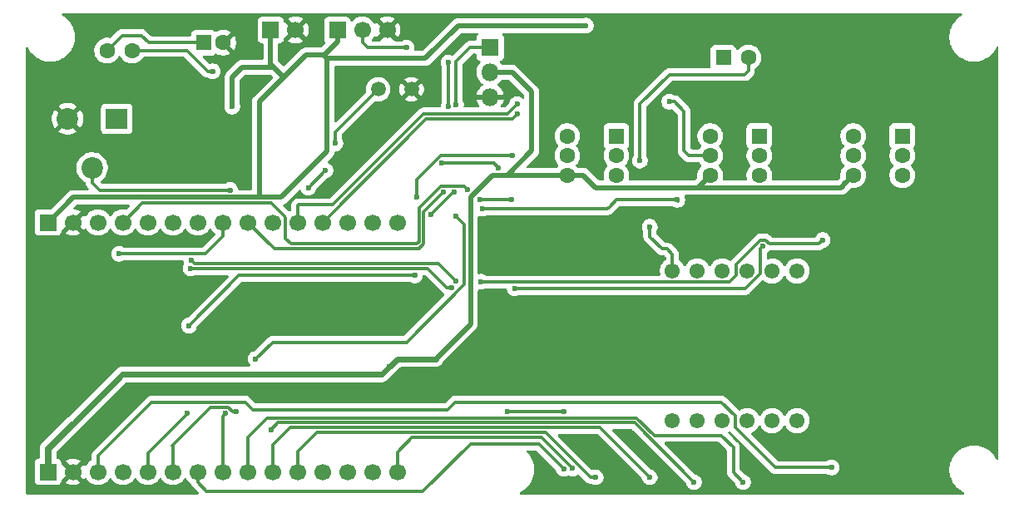
<source format=gbl>
G04 #@! TF.GenerationSoftware,KiCad,Pcbnew,9.0.1*
G04 #@! TF.CreationDate,2025-05-01T12:24:31+02:00*
G04 #@! TF.ProjectId,despertador,64657370-6572-4746-9164-6f722e6b6963,rev?*
G04 #@! TF.SameCoordinates,Original*
G04 #@! TF.FileFunction,Copper,L2,Bot*
G04 #@! TF.FilePolarity,Positive*
%FSLAX46Y46*%
G04 Gerber Fmt 4.6, Leading zero omitted, Abs format (unit mm)*
G04 Created by KiCad (PCBNEW 9.0.1) date 2025-05-01 12:24:31*
%MOMM*%
%LPD*%
G01*
G04 APERTURE LIST*
G04 #@! TA.AperFunction,ComponentPad*
%ADD10R,1.600000X1.600000*%
G04 #@! TD*
G04 #@! TA.AperFunction,ComponentPad*
%ADD11C,1.600000*%
G04 #@! TD*
G04 #@! TA.AperFunction,ComponentPad*
%ADD12C,1.520000*%
G04 #@! TD*
G04 #@! TA.AperFunction,ComponentPad*
%ADD13R,1.700000X1.700000*%
G04 #@! TD*
G04 #@! TA.AperFunction,ComponentPad*
%ADD14C,1.700000*%
G04 #@! TD*
G04 #@! TA.AperFunction,ComponentPad*
%ADD15C,1.550000*%
G04 #@! TD*
G04 #@! TA.AperFunction,ComponentPad*
%ADD16R,2.200000X2.100000*%
G04 #@! TD*
G04 #@! TA.AperFunction,ComponentPad*
%ADD17C,2.200000*%
G04 #@! TD*
G04 #@! TA.AperFunction,ComponentPad*
%ADD18R,1.800000X1.800000*%
G04 #@! TD*
G04 #@! TA.AperFunction,ComponentPad*
%ADD19O,1.800000X1.800000*%
G04 #@! TD*
G04 #@! TA.AperFunction,ViaPad*
%ADD20C,0.600000*%
G04 #@! TD*
G04 #@! TA.AperFunction,Conductor*
%ADD21C,0.600000*%
G04 #@! TD*
G04 #@! TA.AperFunction,Conductor*
%ADD22C,0.300000*%
G04 #@! TD*
G04 #@! TA.AperFunction,Conductor*
%ADD23C,0.500000*%
G04 #@! TD*
G04 #@! TA.AperFunction,Conductor*
%ADD24C,0.700000*%
G04 #@! TD*
G04 APERTURE END LIST*
D10*
X169700000Y-103000000D03*
D11*
X169700000Y-105000000D03*
X169700000Y-107000000D03*
X164700000Y-103000000D03*
X164700000Y-105000000D03*
X164700000Y-107000000D03*
D10*
X155150000Y-103000000D03*
D11*
X155150000Y-105000000D03*
X155150000Y-107000000D03*
X150150000Y-103000000D03*
X150150000Y-105000000D03*
X150150000Y-107000000D03*
D10*
X140600000Y-103000000D03*
D11*
X140600000Y-105000000D03*
X140600000Y-107000000D03*
X135600000Y-103000000D03*
X135600000Y-105000000D03*
X135600000Y-107000000D03*
D12*
X116350000Y-98250000D03*
X119750000Y-98250000D03*
D13*
X82750000Y-111800000D03*
D14*
X85290000Y-111800000D03*
X87830000Y-111800000D03*
X90370000Y-111800000D03*
X92910000Y-111800000D03*
X95450000Y-111800000D03*
X97990000Y-111800000D03*
X100530000Y-111800000D03*
X103070000Y-111800000D03*
X105610000Y-111800000D03*
X108150000Y-111800000D03*
X110690000Y-111800000D03*
X113230000Y-111800000D03*
X115770000Y-111800000D03*
X118310000Y-111800000D03*
D15*
X146300000Y-131990000D03*
X148840000Y-131990000D03*
X151380000Y-131990000D03*
X153920000Y-131990000D03*
X156460000Y-131990000D03*
X159000000Y-131990000D03*
X159000000Y-116750000D03*
X156460000Y-116750000D03*
X153920000Y-116750000D03*
X151380000Y-116750000D03*
X148840000Y-116750000D03*
X146300000Y-116750000D03*
D13*
X105425000Y-92200000D03*
D14*
X107965000Y-92200000D03*
D10*
X98600000Y-93500000D03*
D11*
X100600000Y-93500000D03*
D16*
X89750000Y-101250000D03*
D17*
X87250000Y-106250000D03*
X84750000Y-101250000D03*
D11*
X91300000Y-94300000D03*
X88760000Y-94300000D03*
X154030000Y-95010000D03*
D10*
X151490000Y-95010000D03*
D13*
X82750000Y-137200000D03*
D14*
X85290000Y-137200000D03*
X87830000Y-137200000D03*
X90370000Y-137200000D03*
X92910000Y-137200000D03*
X95450000Y-137200000D03*
X97990000Y-137200000D03*
X100530000Y-137200000D03*
X103070000Y-137200000D03*
X105610000Y-137200000D03*
X108150000Y-137200000D03*
X110690000Y-137200000D03*
X113230000Y-137200000D03*
X115770000Y-137200000D03*
X118310000Y-137200000D03*
D13*
X112200000Y-92200000D03*
D14*
X114740000Y-92200000D03*
X117280000Y-92200000D03*
D18*
X127757724Y-93960000D03*
D19*
X127757724Y-96500000D03*
X127757724Y-99040000D03*
D20*
X130250000Y-118526000D03*
X97273691Y-116490810D03*
X123858391Y-118471370D03*
X155500000Y-114250000D03*
X129900000Y-109500000D03*
X126750000Y-109500000D03*
X125469669Y-108469669D03*
X153500000Y-138250000D03*
X123500000Y-95500000D03*
X123000000Y-108750000D03*
X119250000Y-94000000D03*
X123500000Y-100000000D03*
X111000000Y-106500000D03*
X109250000Y-108250000D03*
X112000000Y-103750000D03*
X130000000Y-105000000D03*
X120250000Y-109250000D03*
X162500000Y-136750000D03*
X135249999Y-136888478D03*
X144000000Y-137750000D03*
X103900000Y-125700000D03*
X100830762Y-131250001D03*
X124300000Y-111200000D03*
X101900000Y-131100000D03*
X146800000Y-109500000D03*
X127000000Y-110400000D03*
X117500000Y-126500000D03*
X96900000Y-131250000D03*
X124271948Y-99789999D03*
X121750000Y-111000000D03*
X124100000Y-108749000D03*
X97100000Y-122300000D03*
X120100000Y-117200000D03*
X148500000Y-138250000D03*
X105449000Y-132900000D03*
X124250000Y-117750000D03*
X97340000Y-115650000D03*
X126846679Y-117846679D03*
X161600000Y-113600000D03*
X138500000Y-137750000D03*
X136140380Y-136859620D03*
X129550000Y-131050000D03*
X135300000Y-131050000D03*
X144000000Y-112250000D03*
X137500000Y-91750000D03*
X101500000Y-100000000D03*
X90000000Y-115000000D03*
X101300000Y-108500000D03*
X99500000Y-96400000D03*
X130500000Y-100750000D03*
X146000000Y-99500000D03*
X130500000Y-99750000D03*
X143000000Y-105500000D03*
X122850001Y-105769238D03*
X128600000Y-106250000D03*
D21*
X85200000Y-132400000D02*
X90340000Y-127260000D01*
X90340000Y-127260000D02*
X116740000Y-127260000D01*
X116740000Y-127260000D02*
X117500000Y-126500000D01*
D22*
X130250000Y-118526000D02*
X153736405Y-118526000D01*
X123371370Y-118471370D02*
X123858391Y-118471370D01*
X97303991Y-116460510D02*
X97361902Y-116460510D01*
X97361902Y-116460510D02*
X97402392Y-116501000D01*
X97402392Y-116501000D02*
X121401000Y-116501000D01*
X155250000Y-114500000D02*
X155500000Y-114250000D01*
X153736405Y-118526000D02*
X155250000Y-117012405D01*
X155250000Y-117012405D02*
X155250000Y-114500000D01*
X97273691Y-116490810D02*
X97303991Y-116460510D01*
X121401000Y-116501000D02*
X123371370Y-118471370D01*
X106823236Y-111176764D02*
X106949000Y-111302529D01*
X107501000Y-113999000D02*
X120251000Y-113999000D01*
X120499000Y-113751000D02*
X120499000Y-110330346D01*
X105497471Y-109851000D02*
X106823236Y-111176764D01*
X107500000Y-114000000D02*
X107501000Y-113999000D01*
X120251000Y-113999000D02*
X120499000Y-113751000D01*
X122730346Y-108099000D02*
X125099000Y-108099000D01*
X125099000Y-108099000D02*
X125469669Y-108469669D01*
X92319000Y-109851000D02*
X105497471Y-109851000D01*
X120499000Y-110330346D02*
X122730346Y-108099000D01*
X90370000Y-111800000D02*
X92319000Y-109851000D01*
X126750000Y-109500000D02*
X129900000Y-109500000D01*
X106949000Y-113449000D02*
X107500000Y-114000000D01*
X106949000Y-111302529D02*
X106949000Y-113449000D01*
X142658520Y-131700000D02*
X105050000Y-131700000D01*
X103070000Y-133680000D02*
X103070000Y-137200000D01*
X153500000Y-138250000D02*
X152506000Y-137256000D01*
X105050000Y-131700000D02*
X103070000Y-133680000D01*
X151297594Y-133500000D02*
X144458520Y-133500000D01*
X144458520Y-133500000D02*
X142658520Y-131700000D01*
X152506000Y-137256000D02*
X152506000Y-134708406D01*
X152506000Y-134708406D02*
X151297594Y-133500000D01*
X121000000Y-114000000D02*
X120500000Y-114500000D01*
X114740000Y-93440000D02*
X114740000Y-92200000D01*
X121000000Y-110750000D02*
X121000000Y-114000000D01*
X105770000Y-114500000D02*
X103070000Y-111800000D01*
X120500000Y-114500000D02*
X105770000Y-114500000D01*
X115300000Y-94000000D02*
X114740000Y-93440000D01*
X114600000Y-91660000D02*
X114760000Y-91500000D01*
X119250000Y-94000000D02*
X115300000Y-94000000D01*
X123500000Y-95500000D02*
X123500000Y-100000000D01*
X123000000Y-108750000D02*
X121000000Y-110750000D01*
X112000000Y-102600000D02*
X116350000Y-98250000D01*
X112000000Y-103750000D02*
X112000000Y-102600000D01*
X109250000Y-108250000D02*
X111000000Y-106500000D01*
X120250000Y-109250000D02*
X120250000Y-107450000D01*
X120250000Y-107450000D02*
X122700000Y-105000000D01*
X122700000Y-105000000D02*
X130000000Y-105000000D01*
X87830000Y-135570000D02*
X87830000Y-137200000D01*
X162500000Y-136750000D02*
X156799595Y-136750000D01*
X151300000Y-130100000D02*
X124150000Y-130100000D01*
X102850000Y-130100000D02*
X93300000Y-130100000D01*
X156799595Y-136750000D02*
X152700000Y-132650405D01*
X152700000Y-131500000D02*
X151300000Y-130100000D01*
X124150000Y-130100000D02*
X123386000Y-130864000D01*
X152700000Y-132650405D02*
X152700000Y-131500000D01*
X103625000Y-130875000D02*
X102850000Y-130100000D01*
X93300000Y-130100000D02*
X87830000Y-135570000D01*
X123375000Y-130875000D02*
X103625000Y-130875000D01*
X132710521Y-134349000D02*
X125751000Y-134349000D01*
X135249999Y-136888478D02*
X132710521Y-134349000D01*
X125751000Y-134349000D02*
X120900000Y-139200000D01*
X120900000Y-139200000D02*
X98900000Y-139200000D01*
X98900000Y-139200000D02*
X97990000Y-138290000D01*
X97990000Y-138290000D02*
X97990000Y-137200000D01*
X138952000Y-132702000D02*
X107398000Y-132702000D01*
X105610000Y-134490000D02*
X105610000Y-137200000D01*
X144000000Y-137750000D02*
X138952000Y-132702000D01*
X107398000Y-132702000D02*
X105610000Y-134490000D01*
X100830762Y-131250001D02*
X100530000Y-131550763D01*
X124300000Y-111200000D02*
X125149000Y-112049000D01*
X125149000Y-112049000D02*
X125149000Y-118100000D01*
X100530000Y-131550763D02*
X100530000Y-137200000D01*
X105600000Y-124000000D02*
X103900000Y-125700000D01*
X125149000Y-118100000D02*
X119249000Y-124000000D01*
X119249000Y-124000000D02*
X105600000Y-124000000D01*
X140600000Y-109500000D02*
X146800000Y-109500000D01*
X95400000Y-134500000D02*
X95450000Y-134550000D01*
X146800000Y-109500000D02*
X146900000Y-109600000D01*
X95450000Y-134550000D02*
X95450000Y-137200000D01*
X127000000Y-110400000D02*
X139700000Y-110400000D01*
X139900000Y-110200000D02*
X140600000Y-109500000D01*
X101600000Y-131100000D02*
X101100000Y-130600000D01*
X139700000Y-110400000D02*
X139900000Y-110200000D01*
X101100000Y-130600000D02*
X99300000Y-130600000D01*
X99300000Y-130600000D02*
X95400000Y-134500000D01*
X101900000Y-131100000D02*
X101600000Y-131100000D01*
D23*
X128000000Y-107000000D02*
X125750000Y-109250000D01*
X129500000Y-107000000D02*
X135600000Y-107000000D01*
D21*
X118300000Y-125700000D02*
X122200000Y-125700000D01*
D23*
X163750000Y-107950000D02*
X164700000Y-107000000D01*
X132000000Y-98500000D02*
X130000000Y-96500000D01*
X137250000Y-107000000D02*
X138500000Y-108250000D01*
X125750000Y-109250000D02*
X125750000Y-122150000D01*
X138500000Y-108250000D02*
X148900000Y-108250000D01*
X129500000Y-107000000D02*
X132000000Y-104500000D01*
X148900000Y-108250000D02*
X150150000Y-107000000D01*
X148900000Y-108250000D02*
X163500000Y-108250000D01*
D24*
X82750000Y-137200000D02*
X82750000Y-134850000D01*
D23*
X129500000Y-107000000D02*
X128000000Y-107000000D01*
D24*
X82750000Y-134850000D02*
X85200000Y-132400000D01*
D21*
X117500000Y-126500000D02*
X118300000Y-125700000D01*
D23*
X125750000Y-122150000D02*
X122200000Y-125700000D01*
X163500000Y-108250000D02*
X163750000Y-108000000D01*
X163750000Y-108000000D02*
X163750000Y-107950000D01*
X135600000Y-107000000D02*
X137250000Y-107000000D01*
X130000000Y-96500000D02*
X127757724Y-96500000D01*
X132000000Y-104500000D02*
X132000000Y-98500000D01*
D22*
X92910000Y-135290000D02*
X93000000Y-135200000D01*
X92910000Y-137200000D02*
X92910000Y-135290000D01*
X96900000Y-131300000D02*
X96900000Y-131250000D01*
X97100000Y-122300000D02*
X102200000Y-117200000D01*
X125740000Y-93960000D02*
X127757724Y-93960000D01*
X121750000Y-111000000D02*
X124001000Y-108749000D01*
X102200000Y-117200000D02*
X120100000Y-117200000D01*
X124271948Y-99789999D02*
X124271948Y-95428052D01*
X124001000Y-108749000D02*
X124100000Y-108749000D01*
X124271948Y-95428052D02*
X125740000Y-93960000D01*
X93000000Y-135200000D02*
X96900000Y-131300000D01*
X106148000Y-132201000D02*
X142451000Y-132201000D01*
X105449000Y-132900000D02*
X106148000Y-132201000D01*
X142451000Y-132201000D02*
X148500000Y-138250000D01*
X97556506Y-115866506D02*
X97566350Y-115866506D01*
X126876000Y-117876000D02*
X126846679Y-117846679D01*
X97699844Y-116000000D02*
X122500000Y-116000000D01*
X97566350Y-115866506D02*
X97699844Y-116000000D01*
X152794000Y-116035346D02*
X152794000Y-117216405D01*
X156170654Y-114000000D02*
X155769654Y-113599000D01*
X155230346Y-113599000D02*
X152794000Y-116035346D01*
X161200000Y-114000000D02*
X156170654Y-114000000D01*
X122500000Y-116000000D02*
X124250000Y-117750000D01*
X152794000Y-117216405D02*
X152134405Y-117876000D01*
X97340000Y-115650000D02*
X97556506Y-115866506D01*
X152134405Y-117876000D02*
X126876000Y-117876000D01*
X155769654Y-113599000D02*
X155230346Y-113599000D01*
X161600000Y-113600000D02*
X161200000Y-114000000D01*
X138500000Y-137750000D02*
X137950000Y-137750000D01*
X133403000Y-133203000D02*
X110097000Y-133203000D01*
X108150000Y-135150000D02*
X108150000Y-137200000D01*
X137950000Y-137750000D02*
X133403000Y-133203000D01*
X110097000Y-133203000D02*
X108150000Y-135150000D01*
X118310000Y-135190000D02*
X118310000Y-137200000D01*
X132984760Y-133704000D02*
X119796000Y-133704000D01*
X119796000Y-133704000D02*
X118310000Y-135190000D01*
X136140380Y-136859620D02*
X132984760Y-133704000D01*
X129550000Y-131050000D02*
X129600000Y-131100000D01*
X135250000Y-131100000D02*
X135300000Y-131050000D01*
X129600000Y-131100000D02*
X135250000Y-131100000D01*
X145250000Y-114500000D02*
X145750000Y-114500000D01*
X146300000Y-115050000D02*
X146300000Y-116750000D01*
X144000000Y-112250000D02*
X144000000Y-113250000D01*
X145750000Y-114500000D02*
X146300000Y-115050000D01*
X144000000Y-113250000D02*
X145250000Y-114500000D01*
D23*
X106750000Y-97000000D02*
X104250000Y-99500000D01*
X112200000Y-93400000D02*
X112200000Y-92200000D01*
X101500000Y-97000000D02*
X102500000Y-96000000D01*
X110600000Y-94750000D02*
X110840000Y-94750000D01*
X109000000Y-94750000D02*
X110600000Y-94750000D01*
X106750000Y-97000000D02*
X109000000Y-94750000D01*
X105750000Y-96000000D02*
X106750000Y-97000000D01*
X110840000Y-94750000D02*
X110850000Y-94750000D01*
X101500000Y-100000000D02*
X101500000Y-97000000D01*
X111170000Y-104580000D02*
X111170000Y-95250000D01*
X102500000Y-96000000D02*
X105750000Y-96000000D01*
X121170000Y-95080000D02*
X111170000Y-95080000D01*
X124500000Y-91750000D02*
X121170000Y-95080000D01*
X85300000Y-109250000D02*
X104250000Y-109250000D01*
X104500000Y-109250000D02*
X106500000Y-109250000D01*
X105425000Y-95675000D02*
X105750000Y-96000000D01*
X137500000Y-91750000D02*
X124500000Y-91750000D01*
X106500000Y-109250000D02*
X111170000Y-104580000D01*
X104250000Y-109250000D02*
X104500000Y-109250000D01*
X110840000Y-94750000D02*
X111170000Y-95080000D01*
X104250000Y-99500000D02*
X104250000Y-109250000D01*
X82750000Y-111800000D02*
X85300000Y-109250000D01*
X105425000Y-95675000D02*
X105425000Y-92200000D01*
X110850000Y-94750000D02*
X112200000Y-93400000D01*
X111170000Y-95250000D02*
X111170000Y-95080000D01*
D22*
X98600000Y-93500000D02*
X92990000Y-93500000D01*
X90300000Y-92760000D02*
X88760000Y-94300000D01*
X92990000Y-93500000D02*
X92250000Y-92760000D01*
X92250000Y-92760000D02*
X90300000Y-92760000D01*
X100530000Y-113220000D02*
X100530000Y-111800000D01*
X90000000Y-115000000D02*
X98750000Y-115000000D01*
X98750000Y-115000000D02*
X100530000Y-113220000D01*
X87250000Y-107750000D02*
X87250000Y-106250000D01*
X88000000Y-108500000D02*
X87250000Y-107750000D01*
X101300000Y-108500000D02*
X88000000Y-108500000D01*
X99500000Y-96400000D02*
X99000000Y-96400000D01*
X96900000Y-94300000D02*
X91300000Y-94300000D01*
X99000000Y-96400000D02*
X96900000Y-94300000D01*
X130000000Y-101250000D02*
X130500000Y-100750000D01*
X121240000Y-101250000D02*
X130000000Y-101250000D01*
X110690000Y-111800000D02*
X121240000Y-101250000D01*
X130500000Y-99750000D02*
X129500000Y-100750000D01*
X146500000Y-99500000D02*
X147500000Y-100500000D01*
X129500000Y-100750000D02*
X121000000Y-100750000D01*
X121000000Y-100750000D02*
X111750000Y-110000000D01*
X147500000Y-104500000D02*
X148000000Y-105000000D01*
X108150000Y-110100000D02*
X108150000Y-111800000D01*
X108250000Y-110000000D02*
X108150000Y-110100000D01*
X111750000Y-110000000D02*
X108250000Y-110000000D01*
X146000000Y-99500000D02*
X146500000Y-99500000D01*
X148000000Y-105000000D02*
X150150000Y-105000000D01*
X147500000Y-100500000D02*
X147500000Y-104500000D01*
X154030000Y-96370000D02*
X154030000Y-95010000D01*
X153650000Y-96750000D02*
X154030000Y-96370000D01*
X143000000Y-105500000D02*
X143000000Y-99750000D01*
X146000000Y-96750000D02*
X153650000Y-96750000D01*
X143000000Y-99750000D02*
X146000000Y-96750000D01*
X128119238Y-105769238D02*
X128600000Y-106250000D01*
X122850001Y-105769238D02*
X128119238Y-105769238D01*
G04 #@! TA.AperFunction,Conductor*
G36*
X175689093Y-90510685D02*
G01*
X175689728Y-90510506D01*
X175722605Y-90520525D01*
X175755502Y-90530185D01*
X175755932Y-90530681D01*
X175756563Y-90530874D01*
X175778807Y-90557081D01*
X175801257Y-90582989D01*
X175801350Y-90583639D01*
X175801777Y-90584142D01*
X175806321Y-90618209D01*
X175811201Y-90652147D01*
X175810927Y-90652745D01*
X175811015Y-90653398D01*
X175796432Y-90684486D01*
X175782176Y-90715703D01*
X175781528Y-90716258D01*
X175781343Y-90716654D01*
X175754435Y-90739494D01*
X175550753Y-90867476D01*
X175331175Y-91042583D01*
X175132583Y-91241175D01*
X174957476Y-91460753D01*
X174808053Y-91698557D01*
X174686200Y-91951588D01*
X174593443Y-92216670D01*
X174593439Y-92216682D01*
X174530945Y-92490487D01*
X174530942Y-92490505D01*
X174499500Y-92769568D01*
X174499500Y-93050431D01*
X174530942Y-93329494D01*
X174530945Y-93329512D01*
X174593439Y-93603317D01*
X174593443Y-93603329D01*
X174686200Y-93868411D01*
X174808053Y-94121442D01*
X174808055Y-94121445D01*
X174957477Y-94359248D01*
X175132584Y-94578825D01*
X175331175Y-94777416D01*
X175550752Y-94952523D01*
X175788555Y-95101945D01*
X175788557Y-95101946D01*
X175789365Y-95102335D01*
X176041592Y-95223801D01*
X176236396Y-95291966D01*
X176306670Y-95316556D01*
X176306682Y-95316560D01*
X176580491Y-95379055D01*
X176580497Y-95379055D01*
X176580505Y-95379057D01*
X176766547Y-95400018D01*
X176859569Y-95410499D01*
X176859572Y-95410500D01*
X176859575Y-95410500D01*
X177140428Y-95410500D01*
X177140429Y-95410499D01*
X177283055Y-95394429D01*
X177419494Y-95379057D01*
X177419499Y-95379056D01*
X177419509Y-95379055D01*
X177693318Y-95316560D01*
X177958408Y-95223801D01*
X178211445Y-95101945D01*
X178449248Y-94952523D01*
X178668825Y-94777416D01*
X178867416Y-94578825D01*
X179042523Y-94359248D01*
X179191945Y-94121445D01*
X179201061Y-94102516D01*
X179263780Y-93972279D01*
X179310602Y-93920419D01*
X179378029Y-93902106D01*
X179444653Y-93923154D01*
X179489322Y-93976880D01*
X179499500Y-94026080D01*
X179499500Y-135883919D01*
X179479815Y-135950958D01*
X179427011Y-135996713D01*
X179357853Y-136006657D01*
X179294297Y-135977632D01*
X179263780Y-135937721D01*
X179191946Y-135788557D01*
X179157052Y-135733024D01*
X179042523Y-135550752D01*
X178867416Y-135331175D01*
X178668825Y-135132584D01*
X178660482Y-135125931D01*
X178592841Y-135071989D01*
X178449248Y-134957477D01*
X178265266Y-134841873D01*
X178211442Y-134808053D01*
X177958411Y-134686200D01*
X177693329Y-134593443D01*
X177693317Y-134593439D01*
X177419512Y-134530945D01*
X177419494Y-134530942D01*
X177140431Y-134499500D01*
X177140425Y-134499500D01*
X176859575Y-134499500D01*
X176859568Y-134499500D01*
X176580505Y-134530942D01*
X176580487Y-134530945D01*
X176306682Y-134593439D01*
X176306670Y-134593443D01*
X176041588Y-134686200D01*
X175788557Y-134808053D01*
X175550753Y-134957476D01*
X175331175Y-135132583D01*
X175132583Y-135331175D01*
X174957476Y-135550753D01*
X174808053Y-135788557D01*
X174686200Y-136041588D01*
X174593443Y-136306670D01*
X174593439Y-136306682D01*
X174530945Y-136580487D01*
X174530942Y-136580505D01*
X174499500Y-136859568D01*
X174499500Y-137140431D01*
X174530942Y-137419494D01*
X174530945Y-137419512D01*
X174593439Y-137693317D01*
X174593443Y-137693329D01*
X174686200Y-137958411D01*
X174808053Y-138211442D01*
X174850210Y-138278534D01*
X174957477Y-138449248D01*
X175132584Y-138668825D01*
X175331175Y-138867416D01*
X175550752Y-139042523D01*
X175788555Y-139191945D01*
X175788560Y-139191948D01*
X175937721Y-139263780D01*
X175989581Y-139310602D01*
X176007894Y-139378029D01*
X175986846Y-139444653D01*
X175933120Y-139489322D01*
X175883920Y-139499500D01*
X130866080Y-139499500D01*
X130799041Y-139479815D01*
X130753286Y-139427011D01*
X130743342Y-139357853D01*
X130772367Y-139294297D01*
X130812279Y-139263780D01*
X130961439Y-139191948D01*
X130961439Y-139191947D01*
X130961445Y-139191945D01*
X131199248Y-139042523D01*
X131418825Y-138867416D01*
X131617416Y-138668825D01*
X131792523Y-138449248D01*
X131941945Y-138211445D01*
X132063801Y-137958408D01*
X132156560Y-137693318D01*
X132219055Y-137419509D01*
X132224014Y-137375502D01*
X132239314Y-137239707D01*
X132250500Y-137140425D01*
X132250500Y-136859575D01*
X132230446Y-136681588D01*
X132219057Y-136580505D01*
X132219054Y-136580487D01*
X132198899Y-136492184D01*
X132156560Y-136306682D01*
X132154966Y-136302128D01*
X132133124Y-136239707D01*
X132063801Y-136041592D01*
X131948962Y-135803126D01*
X131941946Y-135788557D01*
X131907052Y-135733024D01*
X131792523Y-135550752D01*
X131617416Y-135331175D01*
X131497422Y-135211181D01*
X131463937Y-135149858D01*
X131468921Y-135080166D01*
X131510793Y-135024233D01*
X131576257Y-134999816D01*
X131585103Y-134999500D01*
X132389713Y-134999500D01*
X132456752Y-135019185D01*
X132477394Y-135035819D01*
X134432982Y-136991407D01*
X134466467Y-137052730D01*
X134466918Y-137054896D01*
X134480260Y-137121969D01*
X134480262Y-137121977D01*
X134540601Y-137267650D01*
X134540608Y-137267663D01*
X134628209Y-137398766D01*
X134628212Y-137398770D01*
X134739706Y-137510264D01*
X134739710Y-137510267D01*
X134870813Y-137597868D01*
X134870826Y-137597875D01*
X135016497Y-137658213D01*
X135016502Y-137658215D01*
X135171152Y-137688977D01*
X135171155Y-137688978D01*
X135171157Y-137688978D01*
X135328843Y-137688978D01*
X135328844Y-137688977D01*
X135483496Y-137658215D01*
X135629178Y-137597872D01*
X135651253Y-137583121D01*
X135717929Y-137562244D01*
X135767595Y-137571663D01*
X135836247Y-137600099D01*
X135906883Y-137629357D01*
X136051951Y-137658213D01*
X136061533Y-137660119D01*
X136061536Y-137660120D01*
X136061538Y-137660120D01*
X136219224Y-137660120D01*
X136219225Y-137660119D01*
X136373877Y-137629357D01*
X136486546Y-137582687D01*
X136519552Y-137569017D01*
X136519552Y-137569016D01*
X136519559Y-137569014D01*
X136632472Y-137493567D01*
X136699148Y-137472690D01*
X136766528Y-137491174D01*
X136789043Y-137508989D01*
X137535325Y-138255272D01*
X137535332Y-138255278D01*
X137623320Y-138314069D01*
X137623321Y-138314069D01*
X137641873Y-138326465D01*
X137760256Y-138375501D01*
X137760260Y-138375501D01*
X137760261Y-138375502D01*
X137885928Y-138400500D01*
X137885931Y-138400500D01*
X137995065Y-138400500D01*
X138062104Y-138420185D01*
X138063909Y-138421366D01*
X138120821Y-138459394D01*
X138120823Y-138459395D01*
X138120827Y-138459397D01*
X138260489Y-138517246D01*
X138266503Y-138519737D01*
X138416131Y-138549500D01*
X138421153Y-138550499D01*
X138421156Y-138550500D01*
X138421158Y-138550500D01*
X138578844Y-138550500D01*
X138578845Y-138550499D01*
X138733497Y-138519737D01*
X138879179Y-138459394D01*
X139010289Y-138371789D01*
X139121789Y-138260289D01*
X139209394Y-138129179D01*
X139269737Y-137983497D01*
X139300500Y-137828842D01*
X139300500Y-137671158D01*
X139300500Y-137671155D01*
X139300499Y-137671153D01*
X139285923Y-137597874D01*
X139269737Y-137516503D01*
X139260237Y-137493568D01*
X139209397Y-137370827D01*
X139209390Y-137370814D01*
X139121789Y-137239711D01*
X139121786Y-137239707D01*
X139010292Y-137128213D01*
X139010288Y-137128210D01*
X138879185Y-137040609D01*
X138879172Y-137040602D01*
X138733501Y-136980264D01*
X138733489Y-136980261D01*
X138578845Y-136949500D01*
X138578842Y-136949500D01*
X138421158Y-136949500D01*
X138421155Y-136949500D01*
X138266511Y-136980260D01*
X138266501Y-136980263D01*
X138225459Y-136997263D01*
X138155989Y-137004730D01*
X138093511Y-136973454D01*
X138090328Y-136970382D01*
X134684127Y-133564181D01*
X134650642Y-133502858D01*
X134655626Y-133433166D01*
X134697498Y-133377233D01*
X134762962Y-133352816D01*
X134771808Y-133352500D01*
X138631192Y-133352500D01*
X138698231Y-133372185D01*
X138718873Y-133388819D01*
X143182984Y-137852930D01*
X143216469Y-137914253D01*
X143216920Y-137916420D01*
X143230261Y-137983489D01*
X143230264Y-137983501D01*
X143290602Y-138129172D01*
X143290609Y-138129185D01*
X143378210Y-138260288D01*
X143378213Y-138260292D01*
X143489707Y-138371786D01*
X143489711Y-138371789D01*
X143620814Y-138459390D01*
X143620827Y-138459397D01*
X143760489Y-138517246D01*
X143766503Y-138519737D01*
X143916131Y-138549500D01*
X143921153Y-138550499D01*
X143921156Y-138550500D01*
X143921158Y-138550500D01*
X144078844Y-138550500D01*
X144078845Y-138550499D01*
X144233497Y-138519737D01*
X144379179Y-138459394D01*
X144510289Y-138371789D01*
X144621789Y-138260289D01*
X144709394Y-138129179D01*
X144769737Y-137983497D01*
X144800500Y-137828842D01*
X144800500Y-137671158D01*
X144800500Y-137671155D01*
X144800499Y-137671153D01*
X144785923Y-137597874D01*
X144769737Y-137516503D01*
X144760237Y-137493568D01*
X144709397Y-137370827D01*
X144709390Y-137370814D01*
X144621789Y-137239711D01*
X144621786Y-137239707D01*
X144510292Y-137128213D01*
X144510288Y-137128210D01*
X144379185Y-137040609D01*
X144379172Y-137040602D01*
X144233501Y-136980264D01*
X144233489Y-136980261D01*
X144166420Y-136966920D01*
X144104509Y-136934535D01*
X144102930Y-136932984D01*
X140233127Y-133063181D01*
X140199642Y-133001858D01*
X140204626Y-132932166D01*
X140246498Y-132876233D01*
X140311962Y-132851816D01*
X140320808Y-132851500D01*
X142130192Y-132851500D01*
X142197231Y-132871185D01*
X142217873Y-132887819D01*
X147682984Y-138352930D01*
X147716469Y-138414253D01*
X147716920Y-138416420D01*
X147730261Y-138483489D01*
X147730264Y-138483501D01*
X147790602Y-138629172D01*
X147790609Y-138629185D01*
X147878210Y-138760288D01*
X147878213Y-138760292D01*
X147989707Y-138871786D01*
X147989711Y-138871789D01*
X148120814Y-138959390D01*
X148120827Y-138959397D01*
X148266498Y-139019735D01*
X148266503Y-139019737D01*
X148421153Y-139050499D01*
X148421156Y-139050500D01*
X148421158Y-139050500D01*
X148578844Y-139050500D01*
X148578845Y-139050499D01*
X148733497Y-139019737D01*
X148879179Y-138959394D01*
X149010289Y-138871789D01*
X149121789Y-138760289D01*
X149209394Y-138629179D01*
X149269737Y-138483497D01*
X149300500Y-138328842D01*
X149300500Y-138171158D01*
X149300500Y-138171155D01*
X149300499Y-138171153D01*
X149285923Y-138097876D01*
X149269737Y-138016503D01*
X149267217Y-138010419D01*
X149209397Y-137870827D01*
X149209390Y-137870814D01*
X149121789Y-137739711D01*
X149121786Y-137739707D01*
X149010292Y-137628213D01*
X149010288Y-137628210D01*
X148879185Y-137540609D01*
X148879172Y-137540602D01*
X148733501Y-137480264D01*
X148733489Y-137480261D01*
X148666420Y-137466920D01*
X148604509Y-137434535D01*
X148602930Y-137432984D01*
X145532127Y-134362181D01*
X145498642Y-134300858D01*
X145503626Y-134231166D01*
X145545498Y-134175233D01*
X145610962Y-134150816D01*
X145619808Y-134150500D01*
X150976786Y-134150500D01*
X151043825Y-134170185D01*
X151064467Y-134186819D01*
X151819181Y-134941532D01*
X151852666Y-135002855D01*
X151855500Y-135029213D01*
X151855500Y-137320069D01*
X151875656Y-137421398D01*
X151878577Y-137436079D01*
X151878577Y-137436088D01*
X151878579Y-137436088D01*
X151880499Y-137445745D01*
X151880500Y-137445747D01*
X151929533Y-137564125D01*
X151952084Y-137597875D01*
X151993674Y-137660120D01*
X152000726Y-137670673D01*
X152000727Y-137670674D01*
X152682984Y-138352930D01*
X152716469Y-138414253D01*
X152716920Y-138416420D01*
X152730261Y-138483489D01*
X152730264Y-138483501D01*
X152790602Y-138629172D01*
X152790609Y-138629185D01*
X152878210Y-138760288D01*
X152878213Y-138760292D01*
X152989707Y-138871786D01*
X152989711Y-138871789D01*
X153120814Y-138959390D01*
X153120827Y-138959397D01*
X153266498Y-139019735D01*
X153266503Y-139019737D01*
X153421153Y-139050499D01*
X153421156Y-139050500D01*
X153421158Y-139050500D01*
X153578844Y-139050500D01*
X153578845Y-139050499D01*
X153733497Y-139019737D01*
X153879179Y-138959394D01*
X154010289Y-138871789D01*
X154121789Y-138760289D01*
X154209394Y-138629179D01*
X154269737Y-138483497D01*
X154300500Y-138328842D01*
X154300500Y-138171158D01*
X154300500Y-138171155D01*
X154300499Y-138171153D01*
X154285923Y-138097876D01*
X154269737Y-138016503D01*
X154267217Y-138010419D01*
X154209397Y-137870827D01*
X154209390Y-137870814D01*
X154121789Y-137739711D01*
X154121786Y-137739707D01*
X154010292Y-137628213D01*
X154010288Y-137628210D01*
X153879185Y-137540609D01*
X153879172Y-137540602D01*
X153733501Y-137480264D01*
X153733489Y-137480261D01*
X153666420Y-137466920D01*
X153604509Y-137434535D01*
X153602930Y-137432984D01*
X153192819Y-137022873D01*
X153159334Y-136961550D01*
X153156500Y-136935192D01*
X153156500Y-134644334D01*
X153131502Y-134518667D01*
X153131501Y-134518666D01*
X153131501Y-134518662D01*
X153082465Y-134400279D01*
X153082464Y-134400278D01*
X153082461Y-134400272D01*
X153011277Y-134293738D01*
X153011276Y-134293737D01*
X152920669Y-134203130D01*
X152484028Y-133766489D01*
X152003534Y-133285994D01*
X151992047Y-133264957D01*
X151976906Y-133246370D01*
X151975605Y-133234847D01*
X151970049Y-133224671D01*
X151971758Y-133200760D01*
X151969071Y-133176941D01*
X151974205Y-133166545D01*
X151975033Y-133154979D01*
X151989398Y-133135789D01*
X152000015Y-133114297D01*
X152012674Y-133104697D01*
X152016905Y-133099046D01*
X152027380Y-133092007D01*
X152031082Y-133089783D01*
X152048508Y-133080905D01*
X152061081Y-133071770D01*
X152065734Y-133068976D01*
X152094491Y-133061473D01*
X152122480Y-133051485D01*
X152127927Y-133052751D01*
X152133341Y-133051339D01*
X152161595Y-133060577D01*
X152190535Y-133067305D01*
X152196856Y-133072107D01*
X152199751Y-133073054D01*
X152202428Y-133076340D01*
X152217250Y-133087601D01*
X156384920Y-137255272D01*
X156384927Y-137255278D01*
X156456569Y-137303147D01*
X156456570Y-137303147D01*
X156491468Y-137326465D01*
X156609851Y-137375501D01*
X156609855Y-137375501D01*
X156609856Y-137375502D01*
X156735523Y-137400500D01*
X156735526Y-137400500D01*
X161995065Y-137400500D01*
X162062104Y-137420185D01*
X162063909Y-137421366D01*
X162120821Y-137459394D01*
X162120823Y-137459395D01*
X162120827Y-137459397D01*
X162258683Y-137516498D01*
X162266503Y-137519737D01*
X162421153Y-137550499D01*
X162421156Y-137550500D01*
X162421158Y-137550500D01*
X162578844Y-137550500D01*
X162578845Y-137550499D01*
X162733497Y-137519737D01*
X162847079Y-137472690D01*
X162879172Y-137459397D01*
X162879172Y-137459396D01*
X162879179Y-137459394D01*
X163010289Y-137371789D01*
X163121789Y-137260289D01*
X163209394Y-137129179D01*
X163212381Y-137121969D01*
X163241060Y-137052730D01*
X163269737Y-136983497D01*
X163300500Y-136828842D01*
X163300500Y-136671158D01*
X163300500Y-136671155D01*
X163300499Y-136671153D01*
X163282464Y-136580487D01*
X163269737Y-136516503D01*
X163237337Y-136438282D01*
X163209397Y-136370827D01*
X163209390Y-136370814D01*
X163121789Y-136239711D01*
X163121786Y-136239707D01*
X163010292Y-136128213D01*
X163010288Y-136128210D01*
X162879185Y-136040609D01*
X162879172Y-136040602D01*
X162733501Y-135980264D01*
X162733489Y-135980261D01*
X162578845Y-135949500D01*
X162578842Y-135949500D01*
X162421158Y-135949500D01*
X162421155Y-135949500D01*
X162266510Y-135980261D01*
X162266498Y-135980264D01*
X162120827Y-136040602D01*
X162120820Y-136040606D01*
X162091928Y-136059911D01*
X162063955Y-136078602D01*
X161997279Y-136099480D01*
X161995065Y-136099500D01*
X157120403Y-136099500D01*
X157053364Y-136079815D01*
X157032722Y-136063181D01*
X154350406Y-133380865D01*
X154316921Y-133319542D01*
X154321905Y-133249850D01*
X154363777Y-133193917D01*
X154399770Y-133175253D01*
X154409622Y-133172052D01*
X154588508Y-133080905D01*
X154750932Y-132962897D01*
X154892897Y-132820932D01*
X155010905Y-132658508D01*
X155079515Y-132523852D01*
X155127490Y-132473057D01*
X155195311Y-132456262D01*
X155261445Y-132478799D01*
X155300484Y-132523852D01*
X155369095Y-132658508D01*
X155487103Y-132820932D01*
X155629068Y-132962897D01*
X155791492Y-133080905D01*
X155876007Y-133123967D01*
X155970373Y-133172050D01*
X155970375Y-133172050D01*
X155970378Y-133172052D01*
X156161320Y-133234093D01*
X156359616Y-133265500D01*
X156359617Y-133265500D01*
X156560383Y-133265500D01*
X156560384Y-133265500D01*
X156758680Y-133234093D01*
X156949622Y-133172052D01*
X157128508Y-133080905D01*
X157290932Y-132962897D01*
X157432897Y-132820932D01*
X157550905Y-132658508D01*
X157619515Y-132523852D01*
X157667490Y-132473057D01*
X157735311Y-132456262D01*
X157801445Y-132478799D01*
X157840484Y-132523852D01*
X157909095Y-132658508D01*
X158027103Y-132820932D01*
X158169068Y-132962897D01*
X158331492Y-133080905D01*
X158416007Y-133123967D01*
X158510373Y-133172050D01*
X158510375Y-133172050D01*
X158510378Y-133172052D01*
X158701320Y-133234093D01*
X158899616Y-133265500D01*
X158899617Y-133265500D01*
X159100383Y-133265500D01*
X159100384Y-133265500D01*
X159298680Y-133234093D01*
X159489622Y-133172052D01*
X159668508Y-133080905D01*
X159830932Y-132962897D01*
X159972897Y-132820932D01*
X160090905Y-132658508D01*
X160182052Y-132479622D01*
X160244093Y-132288680D01*
X160275500Y-132090384D01*
X160275500Y-131889616D01*
X160244093Y-131691320D01*
X160182052Y-131500378D01*
X160182050Y-131500375D01*
X160182050Y-131500373D01*
X160130240Y-131398692D01*
X160090905Y-131321492D01*
X159972897Y-131159068D01*
X159830932Y-131017103D01*
X159668508Y-130899095D01*
X159654872Y-130892147D01*
X159489626Y-130807949D01*
X159298680Y-130745907D01*
X159100384Y-130714500D01*
X158899616Y-130714500D01*
X158800468Y-130730203D01*
X158701319Y-130745907D01*
X158510373Y-130807949D01*
X158331491Y-130899095D01*
X158256365Y-130953678D01*
X158169068Y-131017103D01*
X158169066Y-131017105D01*
X158169065Y-131017105D01*
X158027105Y-131159065D01*
X158027105Y-131159066D01*
X158027103Y-131159068D01*
X157990473Y-131209485D01*
X157909095Y-131321491D01*
X157840485Y-131456146D01*
X157792510Y-131506942D01*
X157724689Y-131523737D01*
X157658554Y-131501199D01*
X157619515Y-131456146D01*
X157590240Y-131398692D01*
X157550905Y-131321492D01*
X157432897Y-131159068D01*
X157290932Y-131017103D01*
X157128508Y-130899095D01*
X157114872Y-130892147D01*
X156949626Y-130807949D01*
X156758680Y-130745907D01*
X156560384Y-130714500D01*
X156359616Y-130714500D01*
X156260468Y-130730203D01*
X156161319Y-130745907D01*
X155970373Y-130807949D01*
X155791491Y-130899095D01*
X155716365Y-130953678D01*
X155629068Y-131017103D01*
X155629066Y-131017105D01*
X155629065Y-131017105D01*
X155487105Y-131159065D01*
X155487105Y-131159066D01*
X155487103Y-131159068D01*
X155450473Y-131209485D01*
X155369095Y-131321491D01*
X155300485Y-131456146D01*
X155252510Y-131506942D01*
X155184689Y-131523737D01*
X155118554Y-131501199D01*
X155079515Y-131456146D01*
X155050240Y-131398692D01*
X155010905Y-131321492D01*
X154892897Y-131159068D01*
X154750932Y-131017103D01*
X154588508Y-130899095D01*
X154574872Y-130892147D01*
X154409626Y-130807949D01*
X154218680Y-130745907D01*
X154020384Y-130714500D01*
X153819616Y-130714500D01*
X153720468Y-130730203D01*
X153621319Y-130745907D01*
X153430373Y-130807949D01*
X153251488Y-130899097D01*
X153202537Y-130934662D01*
X153136731Y-130958142D01*
X153068677Y-130942316D01*
X153041971Y-130922025D01*
X151714674Y-129594727D01*
X151714673Y-129594726D01*
X151608131Y-129523538D01*
X151608127Y-129523535D01*
X151608122Y-129523533D01*
X151489744Y-129474499D01*
X151489738Y-129474497D01*
X151364071Y-129449500D01*
X151364069Y-129449500D01*
X124085931Y-129449500D01*
X124085929Y-129449500D01*
X123960261Y-129474497D01*
X123960255Y-129474499D01*
X123841875Y-129523533D01*
X123841866Y-129523538D01*
X123735331Y-129594723D01*
X123735327Y-129594726D01*
X123141873Y-130188181D01*
X123080550Y-130221666D01*
X123054192Y-130224500D01*
X103945808Y-130224500D01*
X103878769Y-130204815D01*
X103858127Y-130188181D01*
X103264674Y-129594727D01*
X103264673Y-129594726D01*
X103158131Y-129523538D01*
X103158127Y-129523535D01*
X103158122Y-129523533D01*
X103039744Y-129474499D01*
X103039738Y-129474497D01*
X102914071Y-129449500D01*
X102914069Y-129449500D01*
X93235931Y-129449500D01*
X93235929Y-129449500D01*
X93110261Y-129474497D01*
X93110255Y-129474499D01*
X92991875Y-129523533D01*
X92991866Y-129523538D01*
X92885331Y-129594723D01*
X92885327Y-129594726D01*
X87324727Y-135155325D01*
X87324726Y-135155326D01*
X87324723Y-135155331D01*
X87259555Y-135252863D01*
X87255541Y-135258869D01*
X87253536Y-135261871D01*
X87253534Y-135261873D01*
X87204499Y-135380255D01*
X87204497Y-135380261D01*
X87179500Y-135505928D01*
X87179500Y-135940382D01*
X87159815Y-136007421D01*
X87125408Y-136041099D01*
X87126125Y-136042085D01*
X86950213Y-136169890D01*
X86799890Y-136320213D01*
X86674949Y-136492182D01*
X86670202Y-136501499D01*
X86622227Y-136552293D01*
X86554405Y-136569087D01*
X86488271Y-136546548D01*
X86449234Y-136501495D01*
X86444626Y-136492452D01*
X86405270Y-136438282D01*
X86405269Y-136438282D01*
X85772962Y-137070590D01*
X85755925Y-137007007D01*
X85690099Y-136892993D01*
X85597007Y-136799901D01*
X85482993Y-136734075D01*
X85419409Y-136717037D01*
X86051716Y-136084728D01*
X85997550Y-136045375D01*
X85808217Y-135948904D01*
X85606129Y-135883242D01*
X85396246Y-135850000D01*
X85183754Y-135850000D01*
X84973872Y-135883242D01*
X84973869Y-135883242D01*
X84771782Y-135948904D01*
X84582439Y-136045380D01*
X84528282Y-136084727D01*
X84528282Y-136084728D01*
X85160591Y-136717037D01*
X85097007Y-136734075D01*
X84982993Y-136799901D01*
X84889901Y-136892993D01*
X84824075Y-137007007D01*
X84807037Y-137070591D01*
X84136818Y-136400372D01*
X84103333Y-136339049D01*
X84103330Y-136339036D01*
X84100499Y-136326015D01*
X84100499Y-136302128D01*
X84094091Y-136242517D01*
X84065926Y-136167002D01*
X84043798Y-136107673D01*
X84043793Y-136107664D01*
X83957547Y-135992455D01*
X83957544Y-135992452D01*
X83842335Y-135906206D01*
X83842328Y-135906202D01*
X83707482Y-135855908D01*
X83699938Y-135854126D01*
X83700474Y-135851853D01*
X83646688Y-135829571D01*
X83606843Y-135772177D01*
X83600500Y-135733024D01*
X83600500Y-135253650D01*
X83620185Y-135186611D01*
X83636819Y-135165969D01*
X85860620Y-132942168D01*
X85860626Y-132942162D01*
X85953704Y-132802863D01*
X85961582Y-132783841D01*
X85988459Y-132743617D01*
X90635259Y-128096819D01*
X90696582Y-128063334D01*
X90722940Y-128060500D01*
X116818844Y-128060500D01*
X116818845Y-128060499D01*
X116973497Y-128029737D01*
X117119179Y-127969394D01*
X117250289Y-127881789D01*
X118000079Y-127131996D01*
X118000084Y-127131993D01*
X118010287Y-127121789D01*
X118010289Y-127121789D01*
X118595259Y-126536819D01*
X118656582Y-126503334D01*
X118682940Y-126500500D01*
X122278844Y-126500500D01*
X122278845Y-126500499D01*
X122433497Y-126469737D01*
X122579179Y-126409394D01*
X122710289Y-126321789D01*
X122821789Y-126210289D01*
X122909394Y-126079179D01*
X122919191Y-126055524D01*
X122946069Y-126015297D01*
X126332951Y-122628416D01*
X126415084Y-122505495D01*
X126471658Y-122368913D01*
X126500500Y-122223918D01*
X126500500Y-122076083D01*
X126500500Y-118745096D01*
X126520185Y-118678057D01*
X126572989Y-118632302D01*
X126642147Y-118622358D01*
X126648676Y-118623476D01*
X126693046Y-118632302D01*
X126767835Y-118647179D01*
X126767837Y-118647179D01*
X126925523Y-118647179D01*
X126925524Y-118647178D01*
X127080176Y-118616416D01*
X127225858Y-118556073D01*
X127225864Y-118556069D01*
X127238842Y-118547398D01*
X127305520Y-118526520D01*
X127307733Y-118526500D01*
X129332152Y-118526500D01*
X129399191Y-118546185D01*
X129444946Y-118598989D01*
X129453769Y-118626308D01*
X129480261Y-118759491D01*
X129480264Y-118759501D01*
X129540602Y-118905172D01*
X129540609Y-118905185D01*
X129628210Y-119036288D01*
X129628213Y-119036292D01*
X129739707Y-119147786D01*
X129739711Y-119147789D01*
X129870814Y-119235390D01*
X129870827Y-119235397D01*
X130016498Y-119295735D01*
X130016503Y-119295737D01*
X130171153Y-119326499D01*
X130171156Y-119326500D01*
X130171158Y-119326500D01*
X130328844Y-119326500D01*
X130328845Y-119326499D01*
X130483497Y-119295737D01*
X130629179Y-119235394D01*
X130686044Y-119197397D01*
X130752721Y-119176520D01*
X130754935Y-119176500D01*
X153800476Y-119176500D01*
X153885020Y-119159682D01*
X153926149Y-119151501D01*
X154044532Y-119102465D01*
X154052901Y-119096872D01*
X154052904Y-119096872D01*
X154143574Y-119036288D01*
X154151074Y-119031277D01*
X155456580Y-117725771D01*
X155517903Y-117692286D01*
X155587595Y-117697270D01*
X155624365Y-117720901D01*
X155625364Y-117719733D01*
X155629059Y-117722888D01*
X155629068Y-117722897D01*
X155791492Y-117840905D01*
X155876007Y-117883967D01*
X155970373Y-117932050D01*
X155970375Y-117932050D01*
X155970378Y-117932052D01*
X156161320Y-117994093D01*
X156359616Y-118025500D01*
X156359617Y-118025500D01*
X156560383Y-118025500D01*
X156560384Y-118025500D01*
X156758680Y-117994093D01*
X156949622Y-117932052D01*
X157128508Y-117840905D01*
X157290932Y-117722897D01*
X157432897Y-117580932D01*
X157550905Y-117418508D01*
X157619515Y-117283852D01*
X157667490Y-117233057D01*
X157735311Y-117216262D01*
X157801445Y-117238799D01*
X157840484Y-117283852D01*
X157909095Y-117418508D01*
X158027103Y-117580932D01*
X158169068Y-117722897D01*
X158331492Y-117840905D01*
X158416007Y-117883967D01*
X158510373Y-117932050D01*
X158510375Y-117932050D01*
X158510378Y-117932052D01*
X158701320Y-117994093D01*
X158899616Y-118025500D01*
X158899617Y-118025500D01*
X159100383Y-118025500D01*
X159100384Y-118025500D01*
X159298680Y-117994093D01*
X159489622Y-117932052D01*
X159668508Y-117840905D01*
X159830932Y-117722897D01*
X159972897Y-117580932D01*
X160090905Y-117418508D01*
X160182052Y-117239622D01*
X160244093Y-117048680D01*
X160275500Y-116850384D01*
X160275500Y-116649616D01*
X160244093Y-116451320D01*
X160182052Y-116260378D01*
X160182050Y-116260375D01*
X160182050Y-116260373D01*
X160106265Y-116111638D01*
X160090905Y-116081492D01*
X159972897Y-115919068D01*
X159830932Y-115777103D01*
X159668508Y-115659095D01*
X159651679Y-115650520D01*
X159489626Y-115567949D01*
X159298680Y-115505907D01*
X159228067Y-115494723D01*
X159100384Y-115474500D01*
X158899616Y-115474500D01*
X158800468Y-115490203D01*
X158701319Y-115505907D01*
X158510373Y-115567949D01*
X158331491Y-115659095D01*
X158291399Y-115688224D01*
X158169068Y-115777103D01*
X158169066Y-115777105D01*
X158169065Y-115777105D01*
X158027105Y-115919065D01*
X158027105Y-115919066D01*
X158027103Y-115919068D01*
X157988827Y-115971751D01*
X157909095Y-116081491D01*
X157840485Y-116216146D01*
X157792510Y-116266942D01*
X157724689Y-116283737D01*
X157658554Y-116261199D01*
X157619515Y-116216146D01*
X157566265Y-116111638D01*
X157550905Y-116081492D01*
X157432897Y-115919068D01*
X157290932Y-115777103D01*
X157128508Y-115659095D01*
X157111679Y-115650520D01*
X156949626Y-115567949D01*
X156758680Y-115505907D01*
X156688067Y-115494723D01*
X156560384Y-115474500D01*
X156359616Y-115474500D01*
X156293517Y-115484969D01*
X156161318Y-115505907D01*
X156161311Y-115505908D01*
X156062817Y-115537911D01*
X155992976Y-115539906D01*
X155933144Y-115503825D01*
X155902316Y-115441124D01*
X155900500Y-115419980D01*
X155900500Y-115011426D01*
X155920185Y-114944387D01*
X155955607Y-114908325D01*
X156010289Y-114871789D01*
X156121789Y-114760289D01*
X156158325Y-114705610D01*
X156211937Y-114660804D01*
X156261427Y-114650500D01*
X161264071Y-114650500D01*
X161348615Y-114633682D01*
X161389744Y-114625501D01*
X161508127Y-114576465D01*
X161555631Y-114544724D01*
X161614669Y-114505277D01*
X161706185Y-114413759D01*
X161709663Y-114410763D01*
X161737461Y-114398159D01*
X161764252Y-114383530D01*
X161766338Y-114383095D01*
X161833497Y-114369737D01*
X161979179Y-114309394D01*
X162110289Y-114221789D01*
X162221789Y-114110289D01*
X162309394Y-113979179D01*
X162369737Y-113833497D01*
X162400500Y-113678842D01*
X162400500Y-113521158D01*
X162400500Y-113521155D01*
X162400499Y-113521153D01*
X162384306Y-113439746D01*
X162369737Y-113366503D01*
X162362694Y-113349500D01*
X162309397Y-113220827D01*
X162309390Y-113220814D01*
X162221789Y-113089711D01*
X162221786Y-113089707D01*
X162110292Y-112978213D01*
X162110288Y-112978210D01*
X161979185Y-112890609D01*
X161979172Y-112890602D01*
X161833501Y-112830264D01*
X161833489Y-112830261D01*
X161678845Y-112799500D01*
X161678842Y-112799500D01*
X161521158Y-112799500D01*
X161521155Y-112799500D01*
X161366510Y-112830261D01*
X161366498Y-112830264D01*
X161220827Y-112890602D01*
X161220814Y-112890609D01*
X161089711Y-112978210D01*
X161089707Y-112978213D01*
X160978213Y-113089707D01*
X160978210Y-113089711D01*
X160890607Y-113220817D01*
X160890606Y-113220820D01*
X160869013Y-113272952D01*
X160825173Y-113327356D01*
X160758879Y-113349421D01*
X160754452Y-113349500D01*
X156491462Y-113349500D01*
X156424423Y-113329815D01*
X156403781Y-113313181D01*
X156184328Y-113093727D01*
X156184327Y-113093726D01*
X156184320Y-113093721D01*
X156077781Y-113022535D01*
X156064133Y-113016882D01*
X155959398Y-112973499D01*
X155959392Y-112973497D01*
X155833725Y-112948500D01*
X155833723Y-112948500D01*
X155166277Y-112948500D01*
X155166275Y-112948500D01*
X155040607Y-112973497D01*
X155040597Y-112973500D01*
X154991566Y-112993810D01*
X154922227Y-113022530D01*
X154922209Y-113022540D01*
X154815678Y-113093721D01*
X154815671Y-113093727D01*
X152288727Y-115620671D01*
X152288722Y-115620677D01*
X152264587Y-115656798D01*
X152210975Y-115701602D01*
X152141650Y-115710309D01*
X152088600Y-115688224D01*
X152065441Y-115671398D01*
X152048508Y-115659095D01*
X152031679Y-115650520D01*
X151869626Y-115567949D01*
X151678680Y-115505907D01*
X151608067Y-115494723D01*
X151480384Y-115474500D01*
X151279616Y-115474500D01*
X151180468Y-115490203D01*
X151081319Y-115505907D01*
X150890373Y-115567949D01*
X150711491Y-115659095D01*
X150671399Y-115688224D01*
X150549068Y-115777103D01*
X150549066Y-115777105D01*
X150549065Y-115777105D01*
X150407105Y-115919065D01*
X150407105Y-115919066D01*
X150407103Y-115919068D01*
X150368827Y-115971751D01*
X150289095Y-116081491D01*
X150220485Y-116216146D01*
X150172510Y-116266942D01*
X150104689Y-116283737D01*
X150038554Y-116261199D01*
X149999515Y-116216146D01*
X149946265Y-116111638D01*
X149930905Y-116081492D01*
X149812897Y-115919068D01*
X149670932Y-115777103D01*
X149508508Y-115659095D01*
X149491679Y-115650520D01*
X149329626Y-115567949D01*
X149138680Y-115505907D01*
X149068067Y-115494723D01*
X148940384Y-115474500D01*
X148739616Y-115474500D01*
X148640468Y-115490203D01*
X148541319Y-115505907D01*
X148350373Y-115567949D01*
X148171491Y-115659095D01*
X148131399Y-115688224D01*
X148009068Y-115777103D01*
X148009066Y-115777105D01*
X148009065Y-115777105D01*
X147867105Y-115919065D01*
X147867105Y-115919066D01*
X147867103Y-115919068D01*
X147828827Y-115971751D01*
X147749095Y-116081491D01*
X147680485Y-116216146D01*
X147632510Y-116266942D01*
X147564689Y-116283737D01*
X147498554Y-116261199D01*
X147459515Y-116216146D01*
X147406265Y-116111638D01*
X147390905Y-116081492D01*
X147272897Y-115919068D01*
X147130932Y-115777103D01*
X147001613Y-115683147D01*
X146958949Y-115627818D01*
X146950500Y-115582830D01*
X146950500Y-114985928D01*
X146925502Y-114860261D01*
X146925501Y-114860260D01*
X146925501Y-114860256D01*
X146876465Y-114741873D01*
X146876464Y-114741872D01*
X146876461Y-114741866D01*
X146815411Y-114650499D01*
X146805276Y-114635330D01*
X146498548Y-114328602D01*
X146164674Y-113994727D01*
X146164673Y-113994726D01*
X146141405Y-113979179D01*
X146058127Y-113923535D01*
X145939744Y-113874499D01*
X145939738Y-113874497D01*
X145814071Y-113849500D01*
X145814069Y-113849500D01*
X145570808Y-113849500D01*
X145503769Y-113829815D01*
X145483127Y-113813181D01*
X144686819Y-113016873D01*
X144672115Y-112989945D01*
X144655523Y-112964127D01*
X144654631Y-112957926D01*
X144653334Y-112955550D01*
X144650500Y-112929192D01*
X144650500Y-112754935D01*
X144670185Y-112687896D01*
X144671366Y-112686090D01*
X144709394Y-112629179D01*
X144769737Y-112483497D01*
X144800500Y-112328842D01*
X144800500Y-112171158D01*
X144800500Y-112171155D01*
X144800499Y-112171153D01*
X144785352Y-112095004D01*
X144769737Y-112016503D01*
X144750365Y-111969735D01*
X144709397Y-111870827D01*
X144709390Y-111870814D01*
X144621789Y-111739711D01*
X144621786Y-111739707D01*
X144510292Y-111628213D01*
X144510288Y-111628210D01*
X144379185Y-111540609D01*
X144379172Y-111540602D01*
X144233501Y-111480264D01*
X144233489Y-111480261D01*
X144078845Y-111449500D01*
X144078842Y-111449500D01*
X143921158Y-111449500D01*
X143921155Y-111449500D01*
X143766510Y-111480261D01*
X143766498Y-111480264D01*
X143620827Y-111540602D01*
X143620814Y-111540609D01*
X143489711Y-111628210D01*
X143489707Y-111628213D01*
X143378213Y-111739707D01*
X143378210Y-111739711D01*
X143290609Y-111870814D01*
X143290602Y-111870827D01*
X143230264Y-112016498D01*
X143230261Y-112016510D01*
X143199500Y-112171153D01*
X143199500Y-112328846D01*
X143230261Y-112483489D01*
X143230264Y-112483501D01*
X143290602Y-112629172D01*
X143290606Y-112629179D01*
X143328602Y-112686044D01*
X143349480Y-112752721D01*
X143349500Y-112754935D01*
X143349500Y-113314071D01*
X143368633Y-113410254D01*
X143368633Y-113410255D01*
X143374497Y-113439737D01*
X143374500Y-113439746D01*
X143411108Y-113528127D01*
X143423535Y-113558127D01*
X143474678Y-113634669D01*
X143494726Y-113664673D01*
X144835325Y-115005272D01*
X144835332Y-115005278D01*
X144923320Y-115064069D01*
X144923321Y-115064069D01*
X144941873Y-115076465D01*
X145060256Y-115125501D01*
X145060260Y-115125501D01*
X145060261Y-115125502D01*
X145185928Y-115150500D01*
X145185931Y-115150500D01*
X145429192Y-115150500D01*
X145458632Y-115159144D01*
X145488619Y-115165668D01*
X145493634Y-115169422D01*
X145496231Y-115170185D01*
X145516873Y-115186819D01*
X145613181Y-115283127D01*
X145646666Y-115344450D01*
X145649500Y-115370808D01*
X145649500Y-115582830D01*
X145629815Y-115649869D01*
X145598386Y-115683147D01*
X145469068Y-115777103D01*
X145469066Y-115777105D01*
X145469065Y-115777105D01*
X145327105Y-115919065D01*
X145327105Y-115919066D01*
X145327103Y-115919068D01*
X145288827Y-115971751D01*
X145209095Y-116081491D01*
X145117949Y-116260373D01*
X145117681Y-116261199D01*
X145055907Y-116451320D01*
X145024500Y-116649616D01*
X145024500Y-116850384D01*
X145027604Y-116869982D01*
X145055907Y-117048682D01*
X145060618Y-117063180D01*
X145062615Y-117133021D01*
X145026535Y-117192855D01*
X144963835Y-117223684D01*
X144942688Y-117225500D01*
X127395497Y-117225500D01*
X127328458Y-117205815D01*
X127326606Y-117204602D01*
X127225864Y-117137288D01*
X127225851Y-117137281D01*
X127080180Y-117076943D01*
X127080168Y-117076940D01*
X126925524Y-117046179D01*
X126925521Y-117046179D01*
X126767837Y-117046179D01*
X126767834Y-117046179D01*
X126648691Y-117069878D01*
X126579100Y-117063651D01*
X126523922Y-117020788D01*
X126500678Y-116954898D01*
X126500500Y-116948261D01*
X126500500Y-111245134D01*
X126520185Y-111178095D01*
X126572989Y-111132340D01*
X126642147Y-111122396D01*
X126671950Y-111130572D01*
X126766503Y-111169737D01*
X126921153Y-111200499D01*
X126921156Y-111200500D01*
X126921158Y-111200500D01*
X127078844Y-111200500D01*
X127078845Y-111200499D01*
X127233497Y-111169737D01*
X127379179Y-111109394D01*
X127436044Y-111071397D01*
X127502721Y-111050520D01*
X127504935Y-111050500D01*
X139764071Y-111050500D01*
X139848615Y-111033682D01*
X139889744Y-111025501D01*
X140008127Y-110976465D01*
X140038983Y-110955848D01*
X140038984Y-110955848D01*
X140095619Y-110918005D01*
X140114669Y-110905277D01*
X140405277Y-110614669D01*
X140833127Y-110186819D01*
X140894450Y-110153334D01*
X140920808Y-110150500D01*
X146295065Y-110150500D01*
X146362104Y-110170185D01*
X146363909Y-110171366D01*
X146420821Y-110209394D01*
X146420823Y-110209395D01*
X146420827Y-110209397D01*
X146558150Y-110266277D01*
X146566503Y-110269737D01*
X146721153Y-110300499D01*
X146721156Y-110300500D01*
X146721158Y-110300500D01*
X146878844Y-110300500D01*
X146878845Y-110300499D01*
X147033497Y-110269737D01*
X147179179Y-110209394D01*
X147310289Y-110121789D01*
X147421789Y-110010289D01*
X147509394Y-109879179D01*
X147569737Y-109733497D01*
X147600500Y-109578842D01*
X147600500Y-109421158D01*
X147600500Y-109421155D01*
X147600499Y-109421153D01*
X147586246Y-109349500D01*
X147569737Y-109266503D01*
X147530572Y-109171951D01*
X147523104Y-109102483D01*
X147554379Y-109040004D01*
X147614468Y-109004352D01*
X147645134Y-109000500D01*
X163573920Y-109000500D01*
X163671462Y-108981096D01*
X163718913Y-108971658D01*
X163855495Y-108915084D01*
X163909231Y-108879179D01*
X163909231Y-108879178D01*
X163909233Y-108879178D01*
X163953650Y-108849500D01*
X163978416Y-108832952D01*
X164332951Y-108478416D01*
X164367299Y-108427011D01*
X164418469Y-108350430D01*
X164419558Y-108351157D01*
X164463773Y-108306126D01*
X164531907Y-108290650D01*
X164543568Y-108291934D01*
X164597648Y-108300500D01*
X164597652Y-108300500D01*
X164802351Y-108300500D01*
X164802352Y-108300500D01*
X165004534Y-108268477D01*
X165199219Y-108205220D01*
X165381610Y-108112287D01*
X165474590Y-108044732D01*
X165547213Y-107991971D01*
X165547215Y-107991968D01*
X165547219Y-107991966D01*
X165691966Y-107847219D01*
X165691968Y-107847215D01*
X165691971Y-107847213D01*
X165757008Y-107757695D01*
X165812287Y-107681610D01*
X165905220Y-107499219D01*
X165968477Y-107304534D01*
X166000500Y-107102352D01*
X166000500Y-106897648D01*
X165968477Y-106695466D01*
X165905220Y-106500781D01*
X165905218Y-106500778D01*
X165905218Y-106500776D01*
X165848828Y-106390106D01*
X165812287Y-106318390D01*
X165799289Y-106300499D01*
X165691971Y-106152786D01*
X165626866Y-106087681D01*
X165593381Y-106026358D01*
X165598365Y-105956666D01*
X165626866Y-105912319D01*
X165691966Y-105847219D01*
X165691968Y-105847215D01*
X165691971Y-105847213D01*
X165774595Y-105733489D01*
X165812287Y-105681610D01*
X165905220Y-105499219D01*
X165968477Y-105304534D01*
X166000500Y-105102352D01*
X166000500Y-104897648D01*
X165972190Y-104718907D01*
X165968477Y-104695465D01*
X165925784Y-104564070D01*
X165905220Y-104500781D01*
X165905218Y-104500778D01*
X165905218Y-104500776D01*
X165842767Y-104378211D01*
X165812287Y-104318390D01*
X165787889Y-104284809D01*
X165691971Y-104152786D01*
X165626866Y-104087681D01*
X165593381Y-104026358D01*
X165598365Y-103956666D01*
X165626866Y-103912319D01*
X165631703Y-103907482D01*
X165691966Y-103847219D01*
X165691968Y-103847215D01*
X165691971Y-103847213D01*
X165744732Y-103774590D01*
X165812287Y-103681610D01*
X165905220Y-103499219D01*
X165968477Y-103304534D01*
X166000500Y-103102352D01*
X166000500Y-102897648D01*
X165968477Y-102695466D01*
X165956156Y-102657547D01*
X165919344Y-102544250D01*
X165905220Y-102500781D01*
X165905218Y-102500778D01*
X165905218Y-102500776D01*
X165812287Y-102318390D01*
X165742032Y-102221691D01*
X165742031Y-102221688D01*
X165691971Y-102152787D01*
X165691967Y-102152782D01*
X165691320Y-102152135D01*
X168399500Y-102152135D01*
X168399500Y-103847870D01*
X168399501Y-103847876D01*
X168405908Y-103907483D01*
X168456202Y-104042328D01*
X168456203Y-104042329D01*
X168456204Y-104042331D01*
X168542454Y-104157546D01*
X168550980Y-104163928D01*
X168592850Y-104219861D01*
X168597834Y-104289552D01*
X168587153Y-104319489D01*
X168494781Y-104500776D01*
X168431522Y-104695465D01*
X168399500Y-104897648D01*
X168399500Y-105102351D01*
X168431522Y-105304534D01*
X168494781Y-105499223D01*
X168587715Y-105681613D01*
X168708028Y-105847213D01*
X168773134Y-105912319D01*
X168806619Y-105973642D01*
X168801635Y-106043334D01*
X168773134Y-106087681D01*
X168708032Y-106152782D01*
X168708028Y-106152786D01*
X168587715Y-106318386D01*
X168494781Y-106500776D01*
X168431522Y-106695465D01*
X168399500Y-106897648D01*
X168399500Y-107102351D01*
X168431522Y-107304534D01*
X168494781Y-107499223D01*
X168542932Y-107593723D01*
X168587535Y-107681261D01*
X168587715Y-107681613D01*
X168708028Y-107847213D01*
X168852786Y-107991971D01*
X169007749Y-108104556D01*
X169018390Y-108112287D01*
X169121203Y-108164673D01*
X169200776Y-108205218D01*
X169200778Y-108205218D01*
X169200781Y-108205220D01*
X169305137Y-108239127D01*
X169395465Y-108268477D01*
X169479564Y-108281797D01*
X169597648Y-108300500D01*
X169597649Y-108300500D01*
X169802351Y-108300500D01*
X169802352Y-108300500D01*
X170004534Y-108268477D01*
X170199219Y-108205220D01*
X170381610Y-108112287D01*
X170474590Y-108044732D01*
X170547213Y-107991971D01*
X170547215Y-107991968D01*
X170547219Y-107991966D01*
X170691966Y-107847219D01*
X170691968Y-107847215D01*
X170691971Y-107847213D01*
X170757008Y-107757695D01*
X170812287Y-107681610D01*
X170905220Y-107499219D01*
X170968477Y-107304534D01*
X171000500Y-107102352D01*
X171000500Y-106897648D01*
X170968477Y-106695466D01*
X170905220Y-106500781D01*
X170905218Y-106500778D01*
X170905218Y-106500776D01*
X170848828Y-106390106D01*
X170812287Y-106318390D01*
X170799289Y-106300499D01*
X170691971Y-106152786D01*
X170626866Y-106087681D01*
X170593381Y-106026358D01*
X170598365Y-105956666D01*
X170626866Y-105912319D01*
X170691966Y-105847219D01*
X170691968Y-105847215D01*
X170691971Y-105847213D01*
X170774595Y-105733489D01*
X170812287Y-105681610D01*
X170905220Y-105499219D01*
X170968477Y-105304534D01*
X171000500Y-105102352D01*
X171000500Y-104897648D01*
X170972190Y-104718907D01*
X170968477Y-104695465D01*
X170925784Y-104564070D01*
X170905220Y-104500781D01*
X170905218Y-104500778D01*
X170905218Y-104500776D01*
X170812847Y-104319489D01*
X170799951Y-104250820D01*
X170826227Y-104186079D01*
X170849026Y-104163924D01*
X170857545Y-104157547D01*
X170872351Y-104137769D01*
X170943796Y-104042331D01*
X170994091Y-103907483D01*
X171000500Y-103847873D01*
X171000499Y-102152128D01*
X170994091Y-102092517D01*
X170943796Y-101957669D01*
X170943795Y-101957668D01*
X170943793Y-101957664D01*
X170857547Y-101842455D01*
X170857544Y-101842452D01*
X170742335Y-101756206D01*
X170742328Y-101756202D01*
X170607482Y-101705908D01*
X170607483Y-101705908D01*
X170547883Y-101699501D01*
X170547881Y-101699500D01*
X170547873Y-101699500D01*
X170547864Y-101699500D01*
X168852129Y-101699500D01*
X168852123Y-101699501D01*
X168792516Y-101705908D01*
X168657671Y-101756202D01*
X168657664Y-101756206D01*
X168542455Y-101842452D01*
X168542452Y-101842455D01*
X168456206Y-101957664D01*
X168456202Y-101957671D01*
X168405908Y-102092517D01*
X168399501Y-102152116D01*
X168399501Y-102152123D01*
X168399500Y-102152135D01*
X165691320Y-102152135D01*
X165547213Y-102008028D01*
X165381613Y-101887715D01*
X165381612Y-101887714D01*
X165381610Y-101887713D01*
X165324653Y-101858691D01*
X165199223Y-101794781D01*
X165004534Y-101731522D01*
X164829995Y-101703878D01*
X164802352Y-101699500D01*
X164597648Y-101699500D01*
X164573329Y-101703351D01*
X164395465Y-101731522D01*
X164200776Y-101794781D01*
X164018386Y-101887715D01*
X163852786Y-102008028D01*
X163708028Y-102152786D01*
X163587715Y-102318386D01*
X163494781Y-102500776D01*
X163431522Y-102695465D01*
X163399500Y-102897648D01*
X163399500Y-103102351D01*
X163431522Y-103304534D01*
X163494781Y-103499223D01*
X163558691Y-103624653D01*
X163582387Y-103671158D01*
X163587715Y-103681613D01*
X163708028Y-103847213D01*
X163773134Y-103912319D01*
X163806619Y-103973642D01*
X163801635Y-104043334D01*
X163773134Y-104087681D01*
X163708032Y-104152782D01*
X163708028Y-104152786D01*
X163587715Y-104318386D01*
X163494781Y-104500776D01*
X163431522Y-104695465D01*
X163399500Y-104897648D01*
X163399500Y-105102351D01*
X163431522Y-105304534D01*
X163494781Y-105499223D01*
X163587715Y-105681613D01*
X163708028Y-105847213D01*
X163773134Y-105912319D01*
X163806619Y-105973642D01*
X163801635Y-106043334D01*
X163773134Y-106087681D01*
X163708032Y-106152782D01*
X163708028Y-106152786D01*
X163587715Y-106318386D01*
X163494781Y-106500776D01*
X163431522Y-106695465D01*
X163399500Y-106897648D01*
X163399500Y-107102351D01*
X163408318Y-107158025D01*
X163399364Y-107227318D01*
X163373526Y-107265104D01*
X163175449Y-107463182D01*
X163114129Y-107496666D01*
X163087770Y-107499500D01*
X156525801Y-107499500D01*
X156458762Y-107479815D01*
X156413007Y-107427011D01*
X156403063Y-107357853D01*
X156407870Y-107337183D01*
X156418475Y-107304542D01*
X156418475Y-107304538D01*
X156418477Y-107304534D01*
X156450500Y-107102352D01*
X156450500Y-106897648D01*
X156418477Y-106695466D01*
X156355220Y-106500781D01*
X156355218Y-106500778D01*
X156355218Y-106500776D01*
X156298828Y-106390106D01*
X156262287Y-106318390D01*
X156249289Y-106300499D01*
X156141971Y-106152786D01*
X156076866Y-106087681D01*
X156043381Y-106026358D01*
X156048365Y-105956666D01*
X156076866Y-105912319D01*
X156141966Y-105847219D01*
X156141968Y-105847215D01*
X156141971Y-105847213D01*
X156224595Y-105733489D01*
X156262287Y-105681610D01*
X156355220Y-105499219D01*
X156418477Y-105304534D01*
X156450500Y-105102352D01*
X156450500Y-104897648D01*
X156422190Y-104718907D01*
X156418477Y-104695465D01*
X156375784Y-104564070D01*
X156355220Y-104500781D01*
X156355218Y-104500778D01*
X156355218Y-104500776D01*
X156262847Y-104319489D01*
X156249951Y-104250820D01*
X156276227Y-104186079D01*
X156299026Y-104163924D01*
X156307545Y-104157547D01*
X156322351Y-104137769D01*
X156393796Y-104042331D01*
X156444091Y-103907483D01*
X156450500Y-103847873D01*
X156450499Y-102152128D01*
X156444091Y-102092517D01*
X156393796Y-101957669D01*
X156393795Y-101957668D01*
X156393793Y-101957664D01*
X156307547Y-101842455D01*
X156307544Y-101842452D01*
X156192335Y-101756206D01*
X156192328Y-101756202D01*
X156057482Y-101705908D01*
X156057483Y-101705908D01*
X155997883Y-101699501D01*
X155997881Y-101699500D01*
X155997873Y-101699500D01*
X155997864Y-101699500D01*
X154302129Y-101699500D01*
X154302123Y-101699501D01*
X154242516Y-101705908D01*
X154107671Y-101756202D01*
X154107664Y-101756206D01*
X153992455Y-101842452D01*
X153992452Y-101842455D01*
X153906206Y-101957664D01*
X153906202Y-101957671D01*
X153855908Y-102092517D01*
X153849501Y-102152116D01*
X153849501Y-102152123D01*
X153849500Y-102152135D01*
X153849500Y-103847870D01*
X153849501Y-103847876D01*
X153855908Y-103907483D01*
X153906202Y-104042328D01*
X153906203Y-104042329D01*
X153906204Y-104042331D01*
X153992454Y-104157546D01*
X154000980Y-104163928D01*
X154042850Y-104219861D01*
X154047834Y-104289552D01*
X154037153Y-104319489D01*
X153944781Y-104500776D01*
X153881522Y-104695465D01*
X153849500Y-104897648D01*
X153849500Y-105102351D01*
X153881522Y-105304534D01*
X153944781Y-105499223D01*
X154037715Y-105681613D01*
X154158028Y-105847213D01*
X154223134Y-105912319D01*
X154256619Y-105973642D01*
X154251635Y-106043334D01*
X154223134Y-106087681D01*
X154158032Y-106152782D01*
X154158028Y-106152786D01*
X154037715Y-106318386D01*
X153944781Y-106500776D01*
X153881522Y-106695465D01*
X153849500Y-106897648D01*
X153849500Y-107102351D01*
X153881523Y-107304535D01*
X153881524Y-107304542D01*
X153892130Y-107337183D01*
X153894125Y-107407024D01*
X153858044Y-107466857D01*
X153795343Y-107497684D01*
X153774199Y-107499500D01*
X151525801Y-107499500D01*
X151458762Y-107479815D01*
X151413007Y-107427011D01*
X151403063Y-107357853D01*
X151407870Y-107337183D01*
X151418475Y-107304542D01*
X151418475Y-107304538D01*
X151418477Y-107304534D01*
X151450500Y-107102352D01*
X151450500Y-106897648D01*
X151418477Y-106695466D01*
X151355220Y-106500781D01*
X151355218Y-106500778D01*
X151355218Y-106500776D01*
X151298828Y-106390106D01*
X151262287Y-106318390D01*
X151249289Y-106300499D01*
X151141971Y-106152786D01*
X151076866Y-106087681D01*
X151043381Y-106026358D01*
X151048365Y-105956666D01*
X151076866Y-105912319D01*
X151141966Y-105847219D01*
X151141968Y-105847215D01*
X151141971Y-105847213D01*
X151224595Y-105733489D01*
X151262287Y-105681610D01*
X151355220Y-105499219D01*
X151418477Y-105304534D01*
X151450500Y-105102352D01*
X151450500Y-104897648D01*
X151422190Y-104718907D01*
X151418477Y-104695465D01*
X151375784Y-104564070D01*
X151355220Y-104500781D01*
X151355218Y-104500778D01*
X151355218Y-104500776D01*
X151292767Y-104378211D01*
X151262287Y-104318390D01*
X151237889Y-104284809D01*
X151141971Y-104152786D01*
X151076866Y-104087681D01*
X151043381Y-104026358D01*
X151048365Y-103956666D01*
X151076866Y-103912319D01*
X151081703Y-103907482D01*
X151141966Y-103847219D01*
X151141968Y-103847215D01*
X151141971Y-103847213D01*
X151194732Y-103774590D01*
X151262287Y-103681610D01*
X151355220Y-103499219D01*
X151418477Y-103304534D01*
X151450500Y-103102352D01*
X151450500Y-102897648D01*
X151418477Y-102695466D01*
X151406156Y-102657547D01*
X151369344Y-102544250D01*
X151355220Y-102500781D01*
X151355218Y-102500778D01*
X151355218Y-102500776D01*
X151307682Y-102407483D01*
X151262287Y-102318390D01*
X151192032Y-102221691D01*
X151141971Y-102152786D01*
X150997213Y-102008028D01*
X150831613Y-101887715D01*
X150831612Y-101887714D01*
X150831610Y-101887713D01*
X150774653Y-101858691D01*
X150649223Y-101794781D01*
X150454534Y-101731522D01*
X150279995Y-101703878D01*
X150252352Y-101699500D01*
X150047648Y-101699500D01*
X150023329Y-101703351D01*
X149845465Y-101731522D01*
X149650776Y-101794781D01*
X149468386Y-101887715D01*
X149302786Y-102008028D01*
X149158028Y-102152786D01*
X149037715Y-102318386D01*
X148944781Y-102500776D01*
X148881522Y-102695465D01*
X148849500Y-102897648D01*
X148849500Y-103102351D01*
X148881522Y-103304534D01*
X148944781Y-103499223D01*
X149008691Y-103624653D01*
X149032387Y-103671158D01*
X149037715Y-103681613D01*
X149158028Y-103847213D01*
X149223134Y-103912319D01*
X149256619Y-103973642D01*
X149251635Y-104043334D01*
X149223134Y-104087681D01*
X149158034Y-104152780D01*
X149124091Y-104199500D01*
X149052246Y-104298386D01*
X148996918Y-104341051D01*
X148951929Y-104349500D01*
X148320808Y-104349500D01*
X148291367Y-104340855D01*
X148261381Y-104334332D01*
X148256365Y-104330577D01*
X148253769Y-104329815D01*
X148233127Y-104313181D01*
X148186819Y-104266873D01*
X148153334Y-104205550D01*
X148150500Y-104179192D01*
X148150500Y-100435928D01*
X148125502Y-100310261D01*
X148125501Y-100310260D01*
X148125501Y-100310256D01*
X148102728Y-100255277D01*
X148076466Y-100191874D01*
X148064212Y-100173535D01*
X148005278Y-100085332D01*
X148005272Y-100085325D01*
X146914673Y-98994726D01*
X146914669Y-98994723D01*
X146808127Y-98923535D01*
X146777010Y-98910646D01*
X146689744Y-98874499D01*
X146689738Y-98874497D01*
X146564071Y-98849500D01*
X146564069Y-98849500D01*
X146504935Y-98849500D01*
X146437896Y-98829815D01*
X146436090Y-98828633D01*
X146379179Y-98790606D01*
X146379172Y-98790602D01*
X146233501Y-98730264D01*
X146233489Y-98730261D01*
X146078845Y-98699500D01*
X146078842Y-98699500D01*
X145921158Y-98699500D01*
X145921155Y-98699500D01*
X145766510Y-98730261D01*
X145766498Y-98730264D01*
X145620827Y-98790602D01*
X145620814Y-98790609D01*
X145489711Y-98878210D01*
X145489707Y-98878213D01*
X145378213Y-98989707D01*
X145378210Y-98989711D01*
X145290609Y-99120814D01*
X145290602Y-99120827D01*
X145230264Y-99266498D01*
X145230261Y-99266510D01*
X145199500Y-99421153D01*
X145199500Y-99578846D01*
X145230261Y-99733489D01*
X145230264Y-99733501D01*
X145290602Y-99879172D01*
X145290609Y-99879185D01*
X145378210Y-100010288D01*
X145378213Y-100010292D01*
X145489707Y-100121786D01*
X145489711Y-100121789D01*
X145620814Y-100209390D01*
X145620827Y-100209397D01*
X145706125Y-100244728D01*
X145766503Y-100269737D01*
X145889793Y-100294261D01*
X145921153Y-100300499D01*
X145921156Y-100300500D01*
X145921158Y-100300500D01*
X146078844Y-100300500D01*
X146078845Y-100300499D01*
X146233497Y-100269737D01*
X146239174Y-100267385D01*
X146308638Y-100259910D01*
X146371120Y-100291178D01*
X146374315Y-100294261D01*
X146813181Y-100733127D01*
X146846666Y-100794450D01*
X146849500Y-100820808D01*
X146849500Y-104564070D01*
X146852464Y-104578971D01*
X146866494Y-104649500D01*
X146874499Y-104689744D01*
X146923535Y-104808127D01*
X146983350Y-104897648D01*
X146994726Y-104914673D01*
X147585325Y-105505272D01*
X147585332Y-105505278D01*
X147673320Y-105564069D01*
X147673321Y-105564069D01*
X147691873Y-105576465D01*
X147810256Y-105625501D01*
X147810260Y-105625501D01*
X147810261Y-105625502D01*
X147935928Y-105650500D01*
X147935931Y-105650500D01*
X148951929Y-105650500D01*
X149018968Y-105670185D01*
X149052245Y-105701613D01*
X149075405Y-105733489D01*
X149158034Y-105847219D01*
X149223134Y-105912319D01*
X149256619Y-105973642D01*
X149251635Y-106043334D01*
X149223134Y-106087681D01*
X149158032Y-106152782D01*
X149158028Y-106152786D01*
X149037715Y-106318386D01*
X148944781Y-106500776D01*
X148881522Y-106695465D01*
X148849500Y-106897648D01*
X148849500Y-107102351D01*
X148858318Y-107158025D01*
X148849364Y-107227318D01*
X148823526Y-107265104D01*
X148625449Y-107463182D01*
X148564129Y-107496666D01*
X148537770Y-107499500D01*
X141975801Y-107499500D01*
X141908762Y-107479815D01*
X141863007Y-107427011D01*
X141853063Y-107357853D01*
X141857870Y-107337183D01*
X141868475Y-107304542D01*
X141868475Y-107304538D01*
X141868477Y-107304534D01*
X141900500Y-107102352D01*
X141900500Y-106897648D01*
X141868477Y-106695466D01*
X141805220Y-106500781D01*
X141805218Y-106500778D01*
X141805218Y-106500776D01*
X141748828Y-106390106D01*
X141712287Y-106318390D01*
X141699289Y-106300499D01*
X141591971Y-106152786D01*
X141526866Y-106087681D01*
X141493381Y-106026358D01*
X141498365Y-105956666D01*
X141526866Y-105912319D01*
X141591966Y-105847219D01*
X141591968Y-105847215D01*
X141591971Y-105847213D01*
X141674595Y-105733489D01*
X141712287Y-105681610D01*
X141805220Y-105499219D01*
X141830585Y-105421153D01*
X142199500Y-105421153D01*
X142199500Y-105578846D01*
X142230261Y-105733489D01*
X142230264Y-105733501D01*
X142290602Y-105879172D01*
X142290609Y-105879185D01*
X142378210Y-106010288D01*
X142378213Y-106010292D01*
X142489707Y-106121786D01*
X142489711Y-106121789D01*
X142620814Y-106209390D01*
X142620827Y-106209397D01*
X142706316Y-106244807D01*
X142766503Y-106269737D01*
X142921153Y-106300499D01*
X142921156Y-106300500D01*
X142921158Y-106300500D01*
X143078844Y-106300500D01*
X143078845Y-106300499D01*
X143233497Y-106269737D01*
X143379179Y-106209394D01*
X143510289Y-106121789D01*
X143621789Y-106010289D01*
X143709394Y-105879179D01*
X143769737Y-105733497D01*
X143800500Y-105578842D01*
X143800500Y-105421158D01*
X143800500Y-105421155D01*
X143800499Y-105421153D01*
X143791666Y-105376746D01*
X143769737Y-105266503D01*
X143709394Y-105120821D01*
X143671396Y-105063953D01*
X143650520Y-104997276D01*
X143650500Y-104995064D01*
X143650500Y-100070808D01*
X143670185Y-100003769D01*
X143686819Y-99983127D01*
X146233127Y-97436819D01*
X146294450Y-97403334D01*
X146320808Y-97400500D01*
X153714071Y-97400500D01*
X153798615Y-97383682D01*
X153839744Y-97375501D01*
X153958127Y-97326465D01*
X154064669Y-97255277D01*
X154535276Y-96784669D01*
X154606465Y-96678127D01*
X154655501Y-96559744D01*
X154671593Y-96478846D01*
X154680500Y-96434071D01*
X154680500Y-96208070D01*
X154700185Y-96141031D01*
X154731613Y-96107753D01*
X154863585Y-96011871D01*
X154877215Y-96001969D01*
X154877215Y-96001968D01*
X154877219Y-96001966D01*
X155021966Y-95857219D01*
X155021968Y-95857215D01*
X155021971Y-95857213D01*
X155088259Y-95765974D01*
X155142287Y-95691610D01*
X155235220Y-95509219D01*
X155298477Y-95314534D01*
X155330500Y-95112352D01*
X155330500Y-94907648D01*
X155311962Y-94790606D01*
X155298477Y-94705465D01*
X155257329Y-94578825D01*
X155235220Y-94510781D01*
X155235218Y-94510778D01*
X155235218Y-94510776D01*
X155182587Y-94407483D01*
X155142287Y-94328390D01*
X155125124Y-94304767D01*
X155021971Y-94162786D01*
X154877213Y-94018028D01*
X154711613Y-93897715D01*
X154711612Y-93897714D01*
X154711610Y-93897713D01*
X154654096Y-93868408D01*
X154529223Y-93804781D01*
X154334534Y-93741522D01*
X154159995Y-93713878D01*
X154132352Y-93709500D01*
X153927648Y-93709500D01*
X153903329Y-93713351D01*
X153725465Y-93741522D01*
X153530776Y-93804781D01*
X153348386Y-93897715D01*
X153182786Y-94018028D01*
X153038032Y-94162782D01*
X153011668Y-94199070D01*
X152956338Y-94241735D01*
X152886724Y-94247714D01*
X152824929Y-94215108D01*
X152790572Y-94154269D01*
X152788060Y-94139438D01*
X152786432Y-94124297D01*
X152784091Y-94102517D01*
X152744163Y-93995465D01*
X152733797Y-93967671D01*
X152733793Y-93967664D01*
X152647547Y-93852455D01*
X152647544Y-93852452D01*
X152532335Y-93766206D01*
X152532328Y-93766202D01*
X152397482Y-93715908D01*
X152397483Y-93715908D01*
X152337883Y-93709501D01*
X152337881Y-93709500D01*
X152337873Y-93709500D01*
X152337864Y-93709500D01*
X150642129Y-93709500D01*
X150642123Y-93709501D01*
X150582516Y-93715908D01*
X150447671Y-93766202D01*
X150447664Y-93766206D01*
X150332455Y-93852452D01*
X150332452Y-93852455D01*
X150246206Y-93967664D01*
X150246202Y-93967671D01*
X150195908Y-94102517D01*
X150189501Y-94162116D01*
X150189500Y-94162135D01*
X150189500Y-95857870D01*
X150189501Y-95857876D01*
X150195908Y-95917483D01*
X150201385Y-95932165D01*
X150206371Y-96001857D01*
X150172886Y-96063180D01*
X150111564Y-96096666D01*
X150085204Y-96099500D01*
X145935929Y-96099500D01*
X145810261Y-96124497D01*
X145810255Y-96124499D01*
X145708850Y-96166503D01*
X145691877Y-96173533D01*
X145691869Y-96173537D01*
X145585326Y-96244726D01*
X142494724Y-99335328D01*
X142427503Y-99435933D01*
X142423536Y-99441871D01*
X142374499Y-99560255D01*
X142374497Y-99560261D01*
X142349500Y-99685928D01*
X142349500Y-104995064D01*
X142329815Y-105062103D01*
X142328603Y-105063954D01*
X142290608Y-105120817D01*
X142290602Y-105120828D01*
X142230264Y-105266498D01*
X142230261Y-105266510D01*
X142199500Y-105421153D01*
X141830585Y-105421153D01*
X141868477Y-105304534D01*
X141900500Y-105102352D01*
X141900500Y-104897648D01*
X141872190Y-104718907D01*
X141868477Y-104695465D01*
X141825784Y-104564070D01*
X141805220Y-104500781D01*
X141805218Y-104500778D01*
X141805218Y-104500776D01*
X141712847Y-104319489D01*
X141699951Y-104250820D01*
X141726227Y-104186079D01*
X141749026Y-104163924D01*
X141757545Y-104157547D01*
X141772351Y-104137769D01*
X141843796Y-104042331D01*
X141894091Y-103907483D01*
X141900500Y-103847873D01*
X141900499Y-102152128D01*
X141894091Y-102092517D01*
X141843796Y-101957669D01*
X141843795Y-101957668D01*
X141843793Y-101957664D01*
X141757547Y-101842455D01*
X141757544Y-101842452D01*
X141642335Y-101756206D01*
X141642328Y-101756202D01*
X141507482Y-101705908D01*
X141507483Y-101705908D01*
X141447883Y-101699501D01*
X141447881Y-101699500D01*
X141447873Y-101699500D01*
X141447864Y-101699500D01*
X139752129Y-101699500D01*
X139752123Y-101699501D01*
X139692516Y-101705908D01*
X139557671Y-101756202D01*
X139557664Y-101756206D01*
X139442455Y-101842452D01*
X139442452Y-101842455D01*
X139356206Y-101957664D01*
X139356202Y-101957671D01*
X139305908Y-102092517D01*
X139299501Y-102152116D01*
X139299501Y-102152123D01*
X139299500Y-102152135D01*
X139299500Y-103847870D01*
X139299501Y-103847876D01*
X139305908Y-103907483D01*
X139356202Y-104042328D01*
X139356203Y-104042329D01*
X139356204Y-104042331D01*
X139442454Y-104157546D01*
X139450980Y-104163928D01*
X139492850Y-104219861D01*
X139497834Y-104289552D01*
X139487153Y-104319489D01*
X139394781Y-104500776D01*
X139331522Y-104695465D01*
X139299500Y-104897648D01*
X139299500Y-105102351D01*
X139331522Y-105304534D01*
X139394781Y-105499223D01*
X139487715Y-105681613D01*
X139608028Y-105847213D01*
X139673134Y-105912319D01*
X139706619Y-105973642D01*
X139701635Y-106043334D01*
X139673134Y-106087681D01*
X139608032Y-106152782D01*
X139608028Y-106152786D01*
X139487715Y-106318386D01*
X139394781Y-106500776D01*
X139331522Y-106695465D01*
X139299500Y-106897648D01*
X139299500Y-107102351D01*
X139331523Y-107304535D01*
X139331524Y-107304542D01*
X139342130Y-107337183D01*
X139344125Y-107407024D01*
X139308044Y-107466857D01*
X139245343Y-107497684D01*
X139224199Y-107499500D01*
X138862230Y-107499500D01*
X138795191Y-107479815D01*
X138774549Y-107463181D01*
X137728421Y-106417052D01*
X137728420Y-106417051D01*
X137707669Y-106403186D01*
X137625886Y-106348541D01*
X137625886Y-106348540D01*
X137605495Y-106334916D01*
X137605490Y-106334913D01*
X137468917Y-106278343D01*
X137468907Y-106278340D01*
X137323920Y-106249500D01*
X137323918Y-106249500D01*
X136725418Y-106249500D01*
X136692434Y-106239814D01*
X136659382Y-106230453D01*
X136658846Y-106229952D01*
X136658379Y-106229815D01*
X136632488Y-106207598D01*
X136628572Y-106203165D01*
X136591966Y-106152781D01*
X136524148Y-106084963D01*
X136521617Y-106082098D01*
X136508358Y-106053786D01*
X136493381Y-106026358D01*
X136493663Y-106022409D01*
X136491984Y-106018823D01*
X136496135Y-105987844D01*
X136498365Y-105956666D01*
X136500826Y-105952835D01*
X136501264Y-105949572D01*
X136508074Y-105941558D01*
X136526866Y-105912319D01*
X136591966Y-105847219D01*
X136591968Y-105847215D01*
X136591971Y-105847213D01*
X136674595Y-105733489D01*
X136712287Y-105681610D01*
X136805220Y-105499219D01*
X136868477Y-105304534D01*
X136900500Y-105102352D01*
X136900500Y-104897648D01*
X136872190Y-104718907D01*
X136868477Y-104695465D01*
X136825784Y-104564070D01*
X136805220Y-104500781D01*
X136805218Y-104500778D01*
X136805218Y-104500776D01*
X136742767Y-104378211D01*
X136712287Y-104318390D01*
X136687889Y-104284809D01*
X136591971Y-104152786D01*
X136526866Y-104087681D01*
X136493381Y-104026358D01*
X136498365Y-103956666D01*
X136526866Y-103912319D01*
X136531703Y-103907482D01*
X136591966Y-103847219D01*
X136591968Y-103847215D01*
X136591971Y-103847213D01*
X136644732Y-103774590D01*
X136712287Y-103681610D01*
X136805220Y-103499219D01*
X136868477Y-103304534D01*
X136900500Y-103102352D01*
X136900500Y-102897648D01*
X136868477Y-102695466D01*
X136856156Y-102657547D01*
X136819344Y-102544250D01*
X136805220Y-102500781D01*
X136805218Y-102500778D01*
X136805218Y-102500776D01*
X136757682Y-102407483D01*
X136712287Y-102318390D01*
X136642032Y-102221691D01*
X136591971Y-102152786D01*
X136447213Y-102008028D01*
X136281613Y-101887715D01*
X136281612Y-101887714D01*
X136281610Y-101887713D01*
X136224653Y-101858691D01*
X136099223Y-101794781D01*
X135904534Y-101731522D01*
X135729995Y-101703878D01*
X135702352Y-101699500D01*
X135497648Y-101699500D01*
X135473329Y-101703351D01*
X135295465Y-101731522D01*
X135100776Y-101794781D01*
X134918386Y-101887715D01*
X134752786Y-102008028D01*
X134608028Y-102152786D01*
X134487715Y-102318386D01*
X134394781Y-102500776D01*
X134331522Y-102695465D01*
X134299500Y-102897648D01*
X134299500Y-103102351D01*
X134331522Y-103304534D01*
X134394781Y-103499223D01*
X134458691Y-103624653D01*
X134482387Y-103671158D01*
X134487715Y-103681613D01*
X134608028Y-103847213D01*
X134673134Y-103912319D01*
X134706619Y-103973642D01*
X134701635Y-104043334D01*
X134673134Y-104087681D01*
X134608032Y-104152782D01*
X134608028Y-104152786D01*
X134487715Y-104318386D01*
X134394781Y-104500776D01*
X134331522Y-104695465D01*
X134299500Y-104897648D01*
X134299500Y-105102351D01*
X134331522Y-105304534D01*
X134394781Y-105499223D01*
X134487715Y-105681613D01*
X134608028Y-105847213D01*
X134673134Y-105912319D01*
X134675614Y-105916860D01*
X134679940Y-105919700D01*
X134692185Y-105947209D01*
X134706619Y-105973642D01*
X134706249Y-105978804D01*
X134708354Y-105983531D01*
X134703783Y-106013291D01*
X134701635Y-106043334D01*
X134698321Y-106048858D01*
X134697748Y-106052591D01*
X134686250Y-106068982D01*
X134678383Y-106082098D01*
X134675851Y-106084963D01*
X134608034Y-106152781D01*
X134571427Y-106203165D01*
X134567512Y-106207598D01*
X134542742Y-106223182D01*
X134519571Y-106241051D01*
X134512119Y-106242450D01*
X134508374Y-106244807D01*
X134499998Y-106244726D01*
X134474582Y-106249500D01*
X131611230Y-106249500D01*
X131544191Y-106229815D01*
X131498436Y-106177011D01*
X131488492Y-106107853D01*
X131517517Y-106044297D01*
X131523549Y-106037819D01*
X132582948Y-104978420D01*
X132582952Y-104978416D01*
X132647955Y-104881130D01*
X132665084Y-104855495D01*
X132721658Y-104718913D01*
X132735465Y-104649502D01*
X132750500Y-104573920D01*
X132750500Y-98426079D01*
X132721659Y-98281092D01*
X132721658Y-98281091D01*
X132721658Y-98281087D01*
X132721656Y-98281082D01*
X132665087Y-98144511D01*
X132665080Y-98144498D01*
X132582952Y-98021585D01*
X132533509Y-97972142D01*
X132478416Y-97917049D01*
X131990203Y-97428836D01*
X130478421Y-95917052D01*
X130478414Y-95917046D01*
X130396357Y-95862218D01*
X130396357Y-95862219D01*
X130355491Y-95834913D01*
X130218917Y-95778343D01*
X130218907Y-95778340D01*
X130073920Y-95749500D01*
X130073918Y-95749500D01*
X129006748Y-95749500D01*
X129004897Y-95748956D01*
X129003033Y-95749444D01*
X128971514Y-95739154D01*
X128939709Y-95729815D01*
X128937865Y-95728169D01*
X128936613Y-95727760D01*
X128927762Y-95719145D01*
X128910644Y-95703859D01*
X128908469Y-95701191D01*
X128825966Y-95587635D01*
X128771341Y-95533010D01*
X128767372Y-95528142D01*
X128756158Y-95501502D01*
X128742310Y-95476141D01*
X128742770Y-95469697D01*
X128740265Y-95463745D01*
X128745232Y-95435276D01*
X128747294Y-95406449D01*
X128751164Y-95401278D01*
X128752275Y-95394915D01*
X128771848Y-95373648D01*
X128789166Y-95350516D01*
X128797155Y-95346153D01*
X128799592Y-95343506D01*
X128804218Y-95342296D01*
X128820144Y-95333601D01*
X128900050Y-95303798D01*
X128900050Y-95303797D01*
X128900055Y-95303796D01*
X129015270Y-95217546D01*
X129101520Y-95102331D01*
X129151815Y-94967483D01*
X129158224Y-94907873D01*
X129158223Y-93012128D01*
X129151815Y-92952517D01*
X129135143Y-92907818D01*
X129101521Y-92817671D01*
X129101517Y-92817664D01*
X129012543Y-92698811D01*
X128988125Y-92633347D01*
X129002976Y-92565074D01*
X129052381Y-92515668D01*
X129111809Y-92500500D01*
X137195396Y-92500500D01*
X137242844Y-92509937D01*
X137266503Y-92519737D01*
X137266508Y-92519738D01*
X137266511Y-92519739D01*
X137421153Y-92550499D01*
X137421156Y-92550500D01*
X137421158Y-92550500D01*
X137578844Y-92550500D01*
X137578845Y-92550499D01*
X137733497Y-92519737D01*
X137879179Y-92459394D01*
X138010289Y-92371789D01*
X138121789Y-92260289D01*
X138209394Y-92129179D01*
X138269737Y-91983497D01*
X138300500Y-91828842D01*
X138300500Y-91671158D01*
X138300500Y-91671155D01*
X138300499Y-91671153D01*
X138292605Y-91631466D01*
X138269737Y-91516503D01*
X138246645Y-91460753D01*
X138209397Y-91370827D01*
X138209390Y-91370814D01*
X138121789Y-91239711D01*
X138121786Y-91239707D01*
X138010292Y-91128213D01*
X138010288Y-91128210D01*
X137879185Y-91040609D01*
X137879172Y-91040602D01*
X137733501Y-90980264D01*
X137733489Y-90980261D01*
X137578845Y-90949500D01*
X137578842Y-90949500D01*
X137421158Y-90949500D01*
X137421155Y-90949500D01*
X137266511Y-90980260D01*
X137266506Y-90980262D01*
X137266504Y-90980262D01*
X137266503Y-90980263D01*
X137242844Y-90990062D01*
X137195396Y-90999500D01*
X124426080Y-90999500D01*
X124281092Y-91028340D01*
X124281082Y-91028343D01*
X124144511Y-91084912D01*
X124144498Y-91084919D01*
X124021584Y-91167048D01*
X124021580Y-91167051D01*
X120895451Y-94293181D01*
X120834128Y-94326666D01*
X120807770Y-94329500D01*
X120151735Y-94329500D01*
X120084696Y-94309815D01*
X120038941Y-94257011D01*
X120028997Y-94187853D01*
X120030118Y-94181308D01*
X120050500Y-94078844D01*
X120050500Y-93921155D01*
X120050499Y-93921153D01*
X120036833Y-93852452D01*
X120019737Y-93766503D01*
X120015177Y-93755495D01*
X119959397Y-93620827D01*
X119959390Y-93620814D01*
X119871789Y-93489711D01*
X119871786Y-93489707D01*
X119760292Y-93378213D01*
X119760288Y-93378210D01*
X119629185Y-93290609D01*
X119629172Y-93290602D01*
X119483501Y-93230264D01*
X119483489Y-93230261D01*
X119328845Y-93199500D01*
X119328842Y-93199500D01*
X119171158Y-93199500D01*
X119171155Y-93199500D01*
X119016510Y-93230261D01*
X119016498Y-93230264D01*
X118870827Y-93290602D01*
X118870820Y-93290606D01*
X118859315Y-93298294D01*
X118813955Y-93328602D01*
X118747279Y-93349480D01*
X118745065Y-93349500D01*
X118127309Y-93349500D01*
X118060270Y-93329815D01*
X118039628Y-93313181D01*
X117409408Y-92682962D01*
X117472993Y-92665925D01*
X117587007Y-92600099D01*
X117680099Y-92507007D01*
X117745925Y-92392993D01*
X117762962Y-92329409D01*
X118395270Y-92961717D01*
X118395270Y-92961716D01*
X118434622Y-92907554D01*
X118531095Y-92718217D01*
X118596757Y-92516130D01*
X118596757Y-92516127D01*
X118630000Y-92306246D01*
X118630000Y-92093753D01*
X118596757Y-91883872D01*
X118596757Y-91883869D01*
X118531095Y-91681782D01*
X118434624Y-91492449D01*
X118395270Y-91438282D01*
X118395269Y-91438282D01*
X117762962Y-92070590D01*
X117745925Y-92007007D01*
X117680099Y-91892993D01*
X117587007Y-91799901D01*
X117472993Y-91734075D01*
X117409409Y-91717037D01*
X118041716Y-91084728D01*
X117987550Y-91045375D01*
X117798217Y-90948904D01*
X117596129Y-90883242D01*
X117386246Y-90850000D01*
X117173754Y-90850000D01*
X116963872Y-90883242D01*
X116963869Y-90883242D01*
X116761782Y-90948904D01*
X116572439Y-91045380D01*
X116518282Y-91084727D01*
X116518282Y-91084728D01*
X117150591Y-91717037D01*
X117087007Y-91734075D01*
X116972993Y-91799901D01*
X116879901Y-91892993D01*
X116814075Y-92007007D01*
X116797037Y-92070591D01*
X116164728Y-91438282D01*
X116164727Y-91438282D01*
X116125380Y-91492440D01*
X116125376Y-91492446D01*
X116120760Y-91501505D01*
X116072781Y-91552297D01*
X116004959Y-91569087D01*
X115938826Y-91546543D01*
X115899794Y-91501493D01*
X115895051Y-91492184D01*
X115895049Y-91492181D01*
X115895048Y-91492179D01*
X115770109Y-91320213D01*
X115619786Y-91169890D01*
X115447820Y-91044951D01*
X115258414Y-90948444D01*
X115258413Y-90948443D01*
X115258412Y-90948443D01*
X115056243Y-90882754D01*
X115056241Y-90882753D01*
X115056240Y-90882753D01*
X114894957Y-90857208D01*
X114846287Y-90849500D01*
X114633713Y-90849500D01*
X114585042Y-90857208D01*
X114423760Y-90882753D01*
X114221585Y-90948444D01*
X114032179Y-91044951D01*
X113860215Y-91169889D01*
X113746673Y-91283431D01*
X113685350Y-91316915D01*
X113615658Y-91311931D01*
X113559725Y-91270059D01*
X113542810Y-91239082D01*
X113493797Y-91107671D01*
X113493793Y-91107664D01*
X113407547Y-90992455D01*
X113407544Y-90992452D01*
X113292335Y-90906206D01*
X113292328Y-90906202D01*
X113157482Y-90855908D01*
X113157483Y-90855908D01*
X113097883Y-90849501D01*
X113097881Y-90849500D01*
X113097873Y-90849500D01*
X113097864Y-90849500D01*
X111302129Y-90849500D01*
X111302123Y-90849501D01*
X111242516Y-90855908D01*
X111107671Y-90906202D01*
X111107664Y-90906206D01*
X110992455Y-90992452D01*
X110992452Y-90992455D01*
X110906206Y-91107664D01*
X110906202Y-91107671D01*
X110855908Y-91242517D01*
X110849501Y-91302116D01*
X110849500Y-91302135D01*
X110849500Y-93097870D01*
X110849501Y-93097876D01*
X110855908Y-93157483D01*
X110906202Y-93292328D01*
X110906203Y-93292330D01*
X110987413Y-93400812D01*
X111011830Y-93466276D01*
X110996979Y-93534549D01*
X110975827Y-93562804D01*
X110575451Y-93963181D01*
X110514128Y-93996666D01*
X110487770Y-93999500D01*
X108926076Y-93999500D01*
X108897242Y-94005234D01*
X108897243Y-94005235D01*
X108781092Y-94028339D01*
X108781086Y-94028341D01*
X108733111Y-94048213D01*
X108733099Y-94048219D01*
X108728247Y-94050229D01*
X108644505Y-94084916D01*
X108589517Y-94121658D01*
X108583770Y-94125497D01*
X108583762Y-94125502D01*
X108521582Y-94167049D01*
X108521579Y-94167052D01*
X106837680Y-95850950D01*
X106776357Y-95884435D01*
X106706665Y-95879451D01*
X106662318Y-95850950D01*
X106224102Y-95412733D01*
X106224082Y-95412715D01*
X106211814Y-95400447D01*
X106178333Y-95339123D01*
X106175500Y-95312770D01*
X106175500Y-93674499D01*
X106195185Y-93607460D01*
X106247989Y-93561705D01*
X106299500Y-93550499D01*
X106322871Y-93550499D01*
X106322872Y-93550499D01*
X106382483Y-93544091D01*
X106517331Y-93493796D01*
X106632546Y-93407546D01*
X106718796Y-93292331D01*
X106769091Y-93157483D01*
X106775500Y-93097873D01*
X106775499Y-93073979D01*
X106778330Y-93060963D01*
X106788940Y-93041525D01*
X106795179Y-93020275D01*
X106811803Y-92999643D01*
X106811808Y-92999636D01*
X106811811Y-92999634D01*
X106811818Y-92999626D01*
X107482037Y-92329408D01*
X107499075Y-92392993D01*
X107564901Y-92507007D01*
X107657993Y-92600099D01*
X107772007Y-92665925D01*
X107835590Y-92682962D01*
X107203282Y-93315269D01*
X107203282Y-93315270D01*
X107257449Y-93354624D01*
X107446782Y-93451095D01*
X107648870Y-93516757D01*
X107858754Y-93550000D01*
X108071246Y-93550000D01*
X108281127Y-93516757D01*
X108281130Y-93516757D01*
X108483217Y-93451095D01*
X108672554Y-93354622D01*
X108726716Y-93315270D01*
X108726717Y-93315270D01*
X108094408Y-92682962D01*
X108157993Y-92665925D01*
X108272007Y-92600099D01*
X108365099Y-92507007D01*
X108430925Y-92392993D01*
X108447962Y-92329408D01*
X109080270Y-92961717D01*
X109080270Y-92961716D01*
X109119622Y-92907554D01*
X109216095Y-92718217D01*
X109281757Y-92516130D01*
X109281757Y-92516127D01*
X109315000Y-92306246D01*
X109315000Y-92093753D01*
X109281757Y-91883872D01*
X109281757Y-91883869D01*
X109216095Y-91681782D01*
X109119624Y-91492449D01*
X109080270Y-91438282D01*
X109080269Y-91438282D01*
X108447962Y-92070590D01*
X108430925Y-92007007D01*
X108365099Y-91892993D01*
X108272007Y-91799901D01*
X108157993Y-91734075D01*
X108094409Y-91717037D01*
X108726716Y-91084728D01*
X108672550Y-91045375D01*
X108483217Y-90948904D01*
X108281129Y-90883242D01*
X108071246Y-90850000D01*
X107858754Y-90850000D01*
X107648872Y-90883242D01*
X107648869Y-90883242D01*
X107446782Y-90948904D01*
X107257439Y-91045380D01*
X107203282Y-91084727D01*
X107203282Y-91084728D01*
X107835591Y-91717037D01*
X107772007Y-91734075D01*
X107657993Y-91799901D01*
X107564901Y-91892993D01*
X107499075Y-92007007D01*
X107482037Y-92070591D01*
X106811818Y-91400372D01*
X106778333Y-91339049D01*
X106778330Y-91339036D01*
X106775499Y-91326015D01*
X106775499Y-91302128D01*
X106769091Y-91242517D01*
X106740926Y-91167002D01*
X106718798Y-91107673D01*
X106718793Y-91107664D01*
X106632547Y-90992455D01*
X106632544Y-90992452D01*
X106517335Y-90906206D01*
X106517328Y-90906202D01*
X106382482Y-90855908D01*
X106382483Y-90855908D01*
X106322883Y-90849501D01*
X106322881Y-90849500D01*
X106322873Y-90849500D01*
X106322864Y-90849500D01*
X104527129Y-90849500D01*
X104527123Y-90849501D01*
X104467516Y-90855908D01*
X104332671Y-90906202D01*
X104332664Y-90906206D01*
X104217455Y-90992452D01*
X104217452Y-90992455D01*
X104131206Y-91107664D01*
X104131202Y-91107671D01*
X104080908Y-91242517D01*
X104074501Y-91302116D01*
X104074500Y-91302135D01*
X104074500Y-93097870D01*
X104074501Y-93097876D01*
X104080908Y-93157483D01*
X104131202Y-93292328D01*
X104131206Y-93292335D01*
X104217452Y-93407544D01*
X104217455Y-93407547D01*
X104332664Y-93493793D01*
X104332671Y-93493797D01*
X104349300Y-93499999D01*
X104467517Y-93544091D01*
X104527127Y-93550500D01*
X104550497Y-93550499D01*
X104617536Y-93570181D01*
X104663292Y-93622983D01*
X104674500Y-93674499D01*
X104674500Y-95125500D01*
X104654815Y-95192539D01*
X104602011Y-95238294D01*
X104550500Y-95249500D01*
X102426076Y-95249500D01*
X102397242Y-95255234D01*
X102397243Y-95255235D01*
X102281093Y-95278339D01*
X102281089Y-95278340D01*
X102225205Y-95301488D01*
X102225198Y-95301491D01*
X102219635Y-95303796D01*
X102144505Y-95334916D01*
X102078446Y-95379055D01*
X102073333Y-95382470D01*
X102073326Y-95382475D01*
X102021586Y-95417046D01*
X102021581Y-95417050D01*
X100917048Y-96521583D01*
X100896478Y-96552369D01*
X100876045Y-96582951D01*
X100834919Y-96644499D01*
X100834912Y-96644511D01*
X100778343Y-96781082D01*
X100778340Y-96781092D01*
X100749500Y-96926079D01*
X100749500Y-99695396D01*
X100740062Y-99742844D01*
X100734530Y-99756202D01*
X100730262Y-99766506D01*
X100730260Y-99766511D01*
X100699500Y-99921153D01*
X100699500Y-100078846D01*
X100730261Y-100233489D01*
X100730264Y-100233501D01*
X100790602Y-100379172D01*
X100790609Y-100379185D01*
X100878210Y-100510288D01*
X100878213Y-100510292D01*
X100989707Y-100621786D01*
X100989711Y-100621789D01*
X101120814Y-100709390D01*
X101120827Y-100709397D01*
X101265800Y-100769446D01*
X101266503Y-100769737D01*
X101390743Y-100794450D01*
X101421153Y-100800499D01*
X101421156Y-100800500D01*
X101421158Y-100800500D01*
X101578844Y-100800500D01*
X101578845Y-100800499D01*
X101733497Y-100769737D01*
X101879179Y-100709394D01*
X102010289Y-100621789D01*
X102121789Y-100510289D01*
X102209394Y-100379179D01*
X102269737Y-100233497D01*
X102300500Y-100078842D01*
X102300500Y-99921158D01*
X102300500Y-99921155D01*
X102300499Y-99921153D01*
X102269739Y-99766511D01*
X102269738Y-99766508D01*
X102269737Y-99766503D01*
X102259937Y-99742844D01*
X102250500Y-99695396D01*
X102250500Y-97362229D01*
X102270185Y-97295190D01*
X102286819Y-97274548D01*
X102774548Y-96786819D01*
X102835871Y-96753334D01*
X102862229Y-96750500D01*
X105387770Y-96750500D01*
X105417210Y-96759144D01*
X105447197Y-96765668D01*
X105452212Y-96769422D01*
X105454809Y-96770185D01*
X105475451Y-96786819D01*
X105600950Y-96912318D01*
X105634435Y-96973641D01*
X105629451Y-97043333D01*
X105600950Y-97087680D01*
X103667048Y-99021583D01*
X103654341Y-99040602D01*
X103626045Y-99082951D01*
X103584919Y-99144499D01*
X103584912Y-99144511D01*
X103528343Y-99281082D01*
X103528340Y-99281092D01*
X103499500Y-99426079D01*
X103499500Y-108375500D01*
X103479815Y-108442539D01*
X103427011Y-108488294D01*
X103375500Y-108499500D01*
X102217848Y-108499500D01*
X102150809Y-108479815D01*
X102105054Y-108427011D01*
X102096231Y-108399692D01*
X102069738Y-108266508D01*
X102069737Y-108266507D01*
X102069737Y-108266503D01*
X102027558Y-108164673D01*
X102009397Y-108120827D01*
X102009390Y-108120814D01*
X101921789Y-107989711D01*
X101921786Y-107989707D01*
X101810292Y-107878213D01*
X101810288Y-107878210D01*
X101679185Y-107790609D01*
X101679172Y-107790602D01*
X101533501Y-107730264D01*
X101533489Y-107730261D01*
X101378845Y-107699500D01*
X101378842Y-107699500D01*
X101221158Y-107699500D01*
X101221155Y-107699500D01*
X101066510Y-107730261D01*
X101066498Y-107730264D01*
X100920827Y-107790602D01*
X100920820Y-107790606D01*
X100891928Y-107809911D01*
X100863955Y-107828602D01*
X100797279Y-107849480D01*
X100795065Y-107849500D01*
X88320807Y-107849500D01*
X88291366Y-107840855D01*
X88261380Y-107834332D01*
X88256364Y-107830577D01*
X88253768Y-107829815D01*
X88233126Y-107813181D01*
X88170445Y-107750500D01*
X88162528Y-107742582D01*
X88129044Y-107681261D01*
X88134028Y-107611569D01*
X88175900Y-107555636D01*
X88177241Y-107554646D01*
X88292656Y-107470793D01*
X88470793Y-107292656D01*
X88618870Y-107088845D01*
X88733241Y-106864379D01*
X88811090Y-106624785D01*
X88850500Y-106375962D01*
X88850500Y-106124038D01*
X88811090Y-105875215D01*
X88733241Y-105635621D01*
X88733239Y-105635618D01*
X88733239Y-105635616D01*
X88666825Y-105505272D01*
X88618870Y-105411155D01*
X88593870Y-105376746D01*
X88470798Y-105207350D01*
X88470794Y-105207345D01*
X88292654Y-105029205D01*
X88292649Y-105029201D01*
X88088848Y-104881132D01*
X88088847Y-104881131D01*
X88088845Y-104881130D01*
X88018747Y-104845413D01*
X87864383Y-104766760D01*
X87624785Y-104688910D01*
X87375962Y-104649500D01*
X87124038Y-104649500D01*
X86999626Y-104669205D01*
X86875214Y-104688910D01*
X86635616Y-104766760D01*
X86411151Y-104881132D01*
X86207350Y-105029201D01*
X86207345Y-105029205D01*
X86029205Y-105207345D01*
X86029201Y-105207350D01*
X85881132Y-105411151D01*
X85766760Y-105635616D01*
X85688910Y-105875214D01*
X85665597Y-106022409D01*
X85649500Y-106124038D01*
X85649500Y-106375962D01*
X85665762Y-106478635D01*
X85688910Y-106624785D01*
X85766760Y-106864383D01*
X85881132Y-107088848D01*
X86029201Y-107292649D01*
X86029205Y-107292654D01*
X86207344Y-107470793D01*
X86207350Y-107470798D01*
X86411153Y-107618869D01*
X86411155Y-107618870D01*
X86531794Y-107680338D01*
X86582590Y-107728312D01*
X86598056Y-107771954D01*
X86599500Y-107781333D01*
X86599500Y-107814069D01*
X86621275Y-107923535D01*
X86621799Y-107926172D01*
X86621802Y-107926188D01*
X86624498Y-107939739D01*
X86624499Y-107939744D01*
X86673535Y-108058127D01*
X86715425Y-108120821D01*
X86744726Y-108164673D01*
X86867872Y-108287819D01*
X86901357Y-108349142D01*
X86896373Y-108418834D01*
X86854501Y-108474767D01*
X86789037Y-108499184D01*
X86780191Y-108499500D01*
X85226076Y-108499500D01*
X85197242Y-108505234D01*
X85197243Y-108505235D01*
X85081093Y-108528339D01*
X85081089Y-108528340D01*
X85006453Y-108559256D01*
X84944508Y-108584914D01*
X84944499Y-108584919D01*
X84878262Y-108629178D01*
X84821582Y-108667049D01*
X84821579Y-108667052D01*
X83075449Y-110413181D01*
X83014126Y-110446666D01*
X82987768Y-110449500D01*
X81852129Y-110449500D01*
X81852123Y-110449501D01*
X81792516Y-110455908D01*
X81657671Y-110506202D01*
X81657664Y-110506206D01*
X81542455Y-110592452D01*
X81542452Y-110592455D01*
X81456206Y-110707664D01*
X81456202Y-110707671D01*
X81405908Y-110842517D01*
X81399501Y-110902116D01*
X81399500Y-110902135D01*
X81399500Y-112697870D01*
X81399501Y-112697876D01*
X81405908Y-112757483D01*
X81456202Y-112892328D01*
X81456206Y-112892335D01*
X81542452Y-113007544D01*
X81542455Y-113007547D01*
X81657664Y-113093793D01*
X81657671Y-113093797D01*
X81792517Y-113144091D01*
X81792516Y-113144091D01*
X81799444Y-113144835D01*
X81852127Y-113150500D01*
X83647872Y-113150499D01*
X83707483Y-113144091D01*
X83842331Y-113093796D01*
X83957546Y-113007546D01*
X84043796Y-112892331D01*
X84094091Y-112757483D01*
X84100500Y-112697873D01*
X84100499Y-112673979D01*
X84103330Y-112660963D01*
X84113940Y-112641525D01*
X84120179Y-112620275D01*
X84136803Y-112599643D01*
X84136808Y-112599636D01*
X84136811Y-112599634D01*
X84136818Y-112599626D01*
X84807037Y-111929408D01*
X84824075Y-111992993D01*
X84889901Y-112107007D01*
X84982993Y-112200099D01*
X85097007Y-112265925D01*
X85160590Y-112282962D01*
X84528282Y-112915269D01*
X84528282Y-112915270D01*
X84582449Y-112954624D01*
X84771782Y-113051095D01*
X84973870Y-113116757D01*
X85183754Y-113150000D01*
X85396246Y-113150000D01*
X85606127Y-113116757D01*
X85606130Y-113116757D01*
X85808217Y-113051095D01*
X85997554Y-112954622D01*
X86051716Y-112915270D01*
X86051717Y-112915270D01*
X85419408Y-112282962D01*
X85482993Y-112265925D01*
X85597007Y-112200099D01*
X85690099Y-112107007D01*
X85755925Y-111992993D01*
X85772962Y-111929408D01*
X86405270Y-112561717D01*
X86405270Y-112561716D01*
X86444622Y-112507555D01*
X86449232Y-112498507D01*
X86497205Y-112447709D01*
X86565025Y-112430912D01*
X86631161Y-112453447D01*
X86670204Y-112498504D01*
X86674949Y-112507817D01*
X86799890Y-112679786D01*
X86950213Y-112830109D01*
X87122179Y-112955048D01*
X87122181Y-112955049D01*
X87122184Y-112955051D01*
X87311588Y-113051557D01*
X87513757Y-113117246D01*
X87723713Y-113150500D01*
X87723714Y-113150500D01*
X87936286Y-113150500D01*
X87936287Y-113150500D01*
X88146243Y-113117246D01*
X88348412Y-113051557D01*
X88537816Y-112955051D01*
X88624138Y-112892335D01*
X88709786Y-112830109D01*
X88709788Y-112830106D01*
X88709792Y-112830104D01*
X88860104Y-112679792D01*
X88860106Y-112679788D01*
X88860109Y-112679786D01*
X88985048Y-112507820D01*
X88985050Y-112507817D01*
X88985051Y-112507816D01*
X88989514Y-112499054D01*
X89037488Y-112448259D01*
X89105308Y-112431463D01*
X89171444Y-112453999D01*
X89210486Y-112499056D01*
X89214951Y-112507820D01*
X89339890Y-112679786D01*
X89490213Y-112830109D01*
X89662179Y-112955048D01*
X89662181Y-112955049D01*
X89662184Y-112955051D01*
X89851588Y-113051557D01*
X90053757Y-113117246D01*
X90263713Y-113150500D01*
X90263714Y-113150500D01*
X90476286Y-113150500D01*
X90476287Y-113150500D01*
X90686243Y-113117246D01*
X90888412Y-113051557D01*
X91077816Y-112955051D01*
X91164138Y-112892335D01*
X91249786Y-112830109D01*
X91249788Y-112830106D01*
X91249792Y-112830104D01*
X91400104Y-112679792D01*
X91400106Y-112679788D01*
X91400109Y-112679786D01*
X91525048Y-112507820D01*
X91525050Y-112507817D01*
X91525051Y-112507816D01*
X91529514Y-112499054D01*
X91577488Y-112448259D01*
X91645308Y-112431463D01*
X91711444Y-112453999D01*
X91750486Y-112499056D01*
X91754951Y-112507820D01*
X91879890Y-112679786D01*
X92030213Y-112830109D01*
X92202179Y-112955048D01*
X92202181Y-112955049D01*
X92202184Y-112955051D01*
X92391588Y-113051557D01*
X92593757Y-113117246D01*
X92803713Y-113150500D01*
X92803714Y-113150500D01*
X93016286Y-113150500D01*
X93016287Y-113150500D01*
X93226243Y-113117246D01*
X93428412Y-113051557D01*
X93617816Y-112955051D01*
X93704138Y-112892335D01*
X93789786Y-112830109D01*
X93789788Y-112830106D01*
X93789792Y-112830104D01*
X93940104Y-112679792D01*
X93940106Y-112679788D01*
X93940109Y-112679786D01*
X94065048Y-112507820D01*
X94065050Y-112507817D01*
X94065051Y-112507816D01*
X94069514Y-112499054D01*
X94117488Y-112448259D01*
X94185308Y-112431463D01*
X94251444Y-112453999D01*
X94290486Y-112499056D01*
X94294951Y-112507820D01*
X94419890Y-112679786D01*
X94570213Y-112830109D01*
X94742179Y-112955048D01*
X94742181Y-112955049D01*
X94742184Y-112955051D01*
X94931588Y-113051557D01*
X95133757Y-113117246D01*
X95343713Y-113150500D01*
X95343714Y-113150500D01*
X95556286Y-113150500D01*
X95556287Y-113150500D01*
X95766243Y-113117246D01*
X95968412Y-113051557D01*
X96157816Y-112955051D01*
X96244138Y-112892335D01*
X96329786Y-112830109D01*
X96329788Y-112830106D01*
X96329792Y-112830104D01*
X96480104Y-112679792D01*
X96480106Y-112679788D01*
X96480109Y-112679786D01*
X96605048Y-112507820D01*
X96605050Y-112507817D01*
X96605051Y-112507816D01*
X96609514Y-112499054D01*
X96657488Y-112448259D01*
X96725308Y-112431463D01*
X96791444Y-112453999D01*
X96830486Y-112499056D01*
X96834951Y-112507820D01*
X96959890Y-112679786D01*
X97110213Y-112830109D01*
X97282179Y-112955048D01*
X97282181Y-112955049D01*
X97282184Y-112955051D01*
X97471588Y-113051557D01*
X97673757Y-113117246D01*
X97883713Y-113150500D01*
X97883714Y-113150500D01*
X98096286Y-113150500D01*
X98096287Y-113150500D01*
X98306243Y-113117246D01*
X98508412Y-113051557D01*
X98697816Y-112955051D01*
X98784138Y-112892335D01*
X98869786Y-112830109D01*
X98869788Y-112830106D01*
X98869792Y-112830104D01*
X99020104Y-112679792D01*
X99020106Y-112679788D01*
X99020109Y-112679786D01*
X99145048Y-112507820D01*
X99145050Y-112507817D01*
X99145051Y-112507816D01*
X99149514Y-112499054D01*
X99197488Y-112448259D01*
X99265308Y-112431463D01*
X99331444Y-112453999D01*
X99370486Y-112499056D01*
X99374951Y-112507820D01*
X99499890Y-112679786D01*
X99499896Y-112679792D01*
X99650208Y-112830104D01*
X99735319Y-112891940D01*
X99777984Y-112947269D01*
X99783963Y-113016882D01*
X99751358Y-113078678D01*
X99750114Y-113079939D01*
X98516873Y-114313181D01*
X98455550Y-114346666D01*
X98429192Y-114349500D01*
X90504935Y-114349500D01*
X90437896Y-114329815D01*
X90436090Y-114328633D01*
X90379179Y-114290606D01*
X90379172Y-114290602D01*
X90233501Y-114230264D01*
X90233489Y-114230261D01*
X90078845Y-114199500D01*
X90078842Y-114199500D01*
X89921158Y-114199500D01*
X89921155Y-114199500D01*
X89766510Y-114230261D01*
X89766498Y-114230264D01*
X89620827Y-114290602D01*
X89620814Y-114290609D01*
X89489711Y-114378210D01*
X89489707Y-114378213D01*
X89378213Y-114489707D01*
X89378210Y-114489711D01*
X89290609Y-114620814D01*
X89290602Y-114620827D01*
X89230264Y-114766498D01*
X89230261Y-114766510D01*
X89199500Y-114921153D01*
X89199500Y-115078846D01*
X89230261Y-115233489D01*
X89230264Y-115233501D01*
X89290602Y-115379172D01*
X89290609Y-115379185D01*
X89378210Y-115510288D01*
X89378213Y-115510292D01*
X89489707Y-115621786D01*
X89489711Y-115621789D01*
X89620814Y-115709390D01*
X89620827Y-115709397D01*
X89765330Y-115769251D01*
X89766503Y-115769737D01*
X89921153Y-115800499D01*
X89921156Y-115800500D01*
X89921158Y-115800500D01*
X90078844Y-115800500D01*
X90078845Y-115800499D01*
X90233497Y-115769737D01*
X90379179Y-115709394D01*
X90436044Y-115671397D01*
X90502721Y-115650520D01*
X90504935Y-115650500D01*
X96422152Y-115650500D01*
X96448298Y-115658177D01*
X96475221Y-115662430D01*
X96481335Y-115667878D01*
X96489191Y-115670185D01*
X96507035Y-115690778D01*
X96527386Y-115708912D01*
X96531285Y-115718764D01*
X96534946Y-115722989D01*
X96541602Y-115741217D01*
X96542858Y-115745726D01*
X96570263Y-115883497D01*
X96603822Y-115964519D01*
X96605838Y-115971751D01*
X96605453Y-115999478D01*
X96608418Y-116027052D01*
X96604952Y-116035633D01*
X96604870Y-116041614D01*
X96598896Y-116050631D01*
X96589492Y-116073922D01*
X96564301Y-116111624D01*
X96564293Y-116111638D01*
X96503955Y-116257308D01*
X96503952Y-116257320D01*
X96473191Y-116411963D01*
X96473191Y-116569656D01*
X96503952Y-116724299D01*
X96503955Y-116724311D01*
X96564293Y-116869982D01*
X96564300Y-116869995D01*
X96651901Y-117001098D01*
X96651904Y-117001102D01*
X96763398Y-117112596D01*
X96763402Y-117112599D01*
X96894505Y-117200200D01*
X96894518Y-117200207D01*
X97033690Y-117257853D01*
X97040194Y-117260547D01*
X97194844Y-117291309D01*
X97194847Y-117291310D01*
X97194849Y-117291310D01*
X97352535Y-117291310D01*
X97352536Y-117291309D01*
X97507188Y-117260547D01*
X97652870Y-117200204D01*
X97671406Y-117187819D01*
X97694486Y-117172398D01*
X97761163Y-117151520D01*
X97763376Y-117151500D01*
X101029193Y-117151500D01*
X101096232Y-117171185D01*
X101141987Y-117223989D01*
X101151931Y-117293147D01*
X101122906Y-117356703D01*
X101116874Y-117363181D01*
X96997068Y-121482984D01*
X96935745Y-121516469D01*
X96933579Y-121516920D01*
X96866508Y-121530261D01*
X96866498Y-121530264D01*
X96720827Y-121590602D01*
X96720814Y-121590609D01*
X96589711Y-121678210D01*
X96589707Y-121678213D01*
X96478213Y-121789707D01*
X96478210Y-121789711D01*
X96390609Y-121920814D01*
X96390602Y-121920827D01*
X96330264Y-122066498D01*
X96330261Y-122066510D01*
X96299500Y-122221153D01*
X96299500Y-122378846D01*
X96330261Y-122533489D01*
X96330264Y-122533501D01*
X96390602Y-122679172D01*
X96390609Y-122679185D01*
X96478210Y-122810288D01*
X96478213Y-122810292D01*
X96589707Y-122921786D01*
X96589711Y-122921789D01*
X96720814Y-123009390D01*
X96720827Y-123009397D01*
X96866498Y-123069735D01*
X96866503Y-123069737D01*
X97021153Y-123100499D01*
X97021156Y-123100500D01*
X97021158Y-123100500D01*
X97178844Y-123100500D01*
X97178845Y-123100499D01*
X97333497Y-123069737D01*
X97479179Y-123009394D01*
X97610289Y-122921789D01*
X97721789Y-122810289D01*
X97809394Y-122679179D01*
X97869737Y-122533497D01*
X97883079Y-122466416D01*
X97915463Y-122404509D01*
X97916959Y-122402985D01*
X102433126Y-117886819D01*
X102494449Y-117853334D01*
X102520807Y-117850500D01*
X119595065Y-117850500D01*
X119662104Y-117870185D01*
X119663909Y-117871366D01*
X119720821Y-117909394D01*
X119720823Y-117909395D01*
X119720827Y-117909397D01*
X119866498Y-117969735D01*
X119866503Y-117969737D01*
X119988943Y-117994092D01*
X120021153Y-118000499D01*
X120021156Y-118000500D01*
X120021158Y-118000500D01*
X120178844Y-118000500D01*
X120178845Y-118000499D01*
X120333497Y-117969737D01*
X120479179Y-117909394D01*
X120610289Y-117821789D01*
X120721789Y-117710289D01*
X120809394Y-117579179D01*
X120869737Y-117433497D01*
X120900500Y-117278842D01*
X120900500Y-117275500D01*
X120900995Y-117273812D01*
X120901097Y-117272782D01*
X120901292Y-117272801D01*
X120903050Y-117266814D01*
X120901762Y-117257853D01*
X120912740Y-117233812D01*
X120920185Y-117208461D01*
X120927025Y-117202533D01*
X120930787Y-117194297D01*
X120953021Y-117180007D01*
X120972989Y-117162706D01*
X120983503Y-117160418D01*
X120989565Y-117156523D01*
X121024500Y-117151500D01*
X121080192Y-117151500D01*
X121147231Y-117171185D01*
X121167873Y-117187819D01*
X122956695Y-118976642D01*
X122956702Y-118976648D01*
X123038459Y-119031276D01*
X123038462Y-119031277D01*
X123045962Y-119036288D01*
X123068280Y-119051201D01*
X123113084Y-119104814D01*
X123121791Y-119174139D01*
X123091636Y-119237166D01*
X123087069Y-119241983D01*
X119015873Y-123313181D01*
X118954550Y-123346666D01*
X118928192Y-123349500D01*
X105535929Y-123349500D01*
X105410261Y-123374497D01*
X105410255Y-123374499D01*
X105291874Y-123423534D01*
X105185326Y-123494726D01*
X103797068Y-124882984D01*
X103735745Y-124916469D01*
X103733579Y-124916920D01*
X103666508Y-124930261D01*
X103666498Y-124930264D01*
X103520827Y-124990602D01*
X103520814Y-124990609D01*
X103389711Y-125078210D01*
X103389707Y-125078213D01*
X103278213Y-125189707D01*
X103278210Y-125189711D01*
X103190609Y-125320814D01*
X103190602Y-125320827D01*
X103130264Y-125466498D01*
X103130261Y-125466510D01*
X103099500Y-125621153D01*
X103099500Y-125778846D01*
X103130261Y-125933489D01*
X103130264Y-125933501D01*
X103190602Y-126079172D01*
X103190609Y-126079185D01*
X103278210Y-126210288D01*
X103278213Y-126210292D01*
X103315740Y-126247819D01*
X103349225Y-126309142D01*
X103344241Y-126378834D01*
X103302369Y-126434767D01*
X103236905Y-126459184D01*
X103228059Y-126459500D01*
X90261153Y-126459500D01*
X90106510Y-126490260D01*
X90106502Y-126490262D01*
X89960824Y-126550604D01*
X89960814Y-126550609D01*
X89829711Y-126638210D01*
X89829707Y-126638213D01*
X84856382Y-131611538D01*
X84816159Y-131638416D01*
X84797140Y-131646294D01*
X84797127Y-131646301D01*
X84657837Y-131739374D01*
X84657830Y-131739380D01*
X82089375Y-134307834D01*
X82089372Y-134307838D01*
X81996297Y-134447133D01*
X81996296Y-134447136D01*
X81953896Y-134549500D01*
X81953896Y-134549501D01*
X81932184Y-134601917D01*
X81932182Y-134601925D01*
X81899500Y-134766228D01*
X81899500Y-135733023D01*
X81879815Y-135800062D01*
X81827011Y-135845817D01*
X81799865Y-135853266D01*
X81800068Y-135854124D01*
X81792520Y-135855907D01*
X81657671Y-135906202D01*
X81657664Y-135906206D01*
X81542455Y-135992452D01*
X81542452Y-135992455D01*
X81456206Y-136107664D01*
X81456202Y-136107671D01*
X81405908Y-136242517D01*
X81399501Y-136302116D01*
X81399500Y-136302135D01*
X81399500Y-138097870D01*
X81399501Y-138097876D01*
X81405908Y-138157483D01*
X81456202Y-138292328D01*
X81456206Y-138292335D01*
X81542452Y-138407544D01*
X81542455Y-138407547D01*
X81657664Y-138493793D01*
X81657671Y-138493797D01*
X81792517Y-138544091D01*
X81792516Y-138544091D01*
X81799444Y-138544835D01*
X81852127Y-138550500D01*
X83647872Y-138550499D01*
X83707483Y-138544091D01*
X83842331Y-138493796D01*
X83957546Y-138407546D01*
X84043796Y-138292331D01*
X84094091Y-138157483D01*
X84100500Y-138097873D01*
X84100499Y-138073979D01*
X84103330Y-138060963D01*
X84113940Y-138041525D01*
X84120179Y-138020275D01*
X84136803Y-137999643D01*
X84136808Y-137999636D01*
X84136811Y-137999634D01*
X84136818Y-137999626D01*
X84807037Y-137329408D01*
X84824075Y-137392993D01*
X84889901Y-137507007D01*
X84982993Y-137600099D01*
X85097007Y-137665925D01*
X85160590Y-137682962D01*
X84528282Y-138315269D01*
X84528282Y-138315270D01*
X84582449Y-138354624D01*
X84771782Y-138451095D01*
X84973870Y-138516757D01*
X85183754Y-138550000D01*
X85396246Y-138550000D01*
X85606127Y-138516757D01*
X85606130Y-138516757D01*
X85808217Y-138451095D01*
X85997554Y-138354622D01*
X86051716Y-138315270D01*
X86051717Y-138315270D01*
X85419408Y-137682962D01*
X85482993Y-137665925D01*
X85597007Y-137600099D01*
X85690099Y-137507007D01*
X85755925Y-137392993D01*
X85772962Y-137329408D01*
X86405270Y-137961717D01*
X86405270Y-137961716D01*
X86444622Y-137907555D01*
X86449232Y-137898507D01*
X86497205Y-137847709D01*
X86565025Y-137830912D01*
X86631161Y-137853447D01*
X86670204Y-137898504D01*
X86674949Y-137907817D01*
X86799890Y-138079786D01*
X86950213Y-138230109D01*
X87122179Y-138355048D01*
X87122181Y-138355049D01*
X87122184Y-138355051D01*
X87311588Y-138451557D01*
X87513757Y-138517246D01*
X87723713Y-138550500D01*
X87723714Y-138550500D01*
X87936286Y-138550500D01*
X87936287Y-138550500D01*
X88146243Y-138517246D01*
X88348412Y-138451557D01*
X88537816Y-138355051D01*
X88577162Y-138326465D01*
X88709786Y-138230109D01*
X88709788Y-138230106D01*
X88709792Y-138230104D01*
X88860104Y-138079792D01*
X88860106Y-138079788D01*
X88860109Y-138079786D01*
X88985048Y-137907820D01*
X88985050Y-137907817D01*
X88985051Y-137907816D01*
X88989514Y-137899054D01*
X89037488Y-137848259D01*
X89105308Y-137831463D01*
X89171444Y-137853999D01*
X89210486Y-137899056D01*
X89214951Y-137907820D01*
X89339890Y-138079786D01*
X89490213Y-138230109D01*
X89662179Y-138355048D01*
X89662181Y-138355049D01*
X89662184Y-138355051D01*
X89851588Y-138451557D01*
X90053757Y-138517246D01*
X90263713Y-138550500D01*
X90263714Y-138550500D01*
X90476286Y-138550500D01*
X90476287Y-138550500D01*
X90686243Y-138517246D01*
X90888412Y-138451557D01*
X91077816Y-138355051D01*
X91117162Y-138326465D01*
X91249786Y-138230109D01*
X91249788Y-138230106D01*
X91249792Y-138230104D01*
X91400104Y-138079792D01*
X91400106Y-138079788D01*
X91400109Y-138079786D01*
X91525048Y-137907820D01*
X91525050Y-137907817D01*
X91525051Y-137907816D01*
X91529514Y-137899054D01*
X91577488Y-137848259D01*
X91645308Y-137831463D01*
X91711444Y-137853999D01*
X91750486Y-137899056D01*
X91754951Y-137907820D01*
X91879890Y-138079786D01*
X92030213Y-138230109D01*
X92202179Y-138355048D01*
X92202181Y-138355049D01*
X92202184Y-138355051D01*
X92391588Y-138451557D01*
X92593757Y-138517246D01*
X92803713Y-138550500D01*
X92803714Y-138550500D01*
X93016286Y-138550500D01*
X93016287Y-138550500D01*
X93226243Y-138517246D01*
X93428412Y-138451557D01*
X93617816Y-138355051D01*
X93657162Y-138326465D01*
X93789786Y-138230109D01*
X93789788Y-138230106D01*
X93789792Y-138230104D01*
X93940104Y-138079792D01*
X93940106Y-138079788D01*
X93940109Y-138079786D01*
X94065048Y-137907820D01*
X94065050Y-137907817D01*
X94065051Y-137907816D01*
X94069514Y-137899054D01*
X94117488Y-137848259D01*
X94185308Y-137831463D01*
X94251444Y-137853999D01*
X94290486Y-137899056D01*
X94294951Y-137907820D01*
X94419890Y-138079786D01*
X94570213Y-138230109D01*
X94742179Y-138355048D01*
X94742181Y-138355049D01*
X94742184Y-138355051D01*
X94931588Y-138451557D01*
X95133757Y-138517246D01*
X95343713Y-138550500D01*
X95343714Y-138550500D01*
X95556286Y-138550500D01*
X95556287Y-138550500D01*
X95766243Y-138517246D01*
X95968412Y-138451557D01*
X96157816Y-138355051D01*
X96197162Y-138326465D01*
X96329786Y-138230109D01*
X96329788Y-138230106D01*
X96329792Y-138230104D01*
X96480104Y-138079792D01*
X96480106Y-138079788D01*
X96480109Y-138079786D01*
X96605048Y-137907820D01*
X96605050Y-137907817D01*
X96605051Y-137907816D01*
X96609514Y-137899054D01*
X96657488Y-137848259D01*
X96725308Y-137831463D01*
X96791444Y-137853999D01*
X96830486Y-137899056D01*
X96834951Y-137907820D01*
X96959890Y-138079786D01*
X97110213Y-138230109D01*
X97282181Y-138355050D01*
X97292590Y-138360353D01*
X97294756Y-138362398D01*
X97297656Y-138363084D01*
X97319996Y-138386235D01*
X97343387Y-138408326D01*
X97344729Y-138411867D01*
X97346172Y-138413362D01*
X97357914Y-138446644D01*
X97360187Y-138458069D01*
X97360451Y-138459393D01*
X97360451Y-138459396D01*
X97360451Y-138459397D01*
X97364499Y-138479744D01*
X97413535Y-138598127D01*
X97484723Y-138704669D01*
X97484726Y-138704673D01*
X97484727Y-138704674D01*
X98067873Y-139287819D01*
X98101358Y-139349142D01*
X98096374Y-139418833D01*
X98054503Y-139474767D01*
X97989038Y-139499184D01*
X97980192Y-139499500D01*
X80624500Y-139499500D01*
X80557461Y-139479815D01*
X80511706Y-139427011D01*
X80500500Y-139375500D01*
X80500500Y-101124071D01*
X83150000Y-101124071D01*
X83150000Y-101375928D01*
X83189397Y-101624669D01*
X83267219Y-101864184D01*
X83381557Y-102088583D01*
X83455748Y-102190697D01*
X83455748Y-102190698D01*
X84267038Y-101379408D01*
X84284076Y-101442992D01*
X84349902Y-101557006D01*
X84442994Y-101650098D01*
X84557008Y-101715924D01*
X84620591Y-101732961D01*
X83809300Y-102544250D01*
X83911416Y-102618442D01*
X84135815Y-102732780D01*
X84375330Y-102810602D01*
X84624072Y-102850000D01*
X84875928Y-102850000D01*
X85124669Y-102810602D01*
X85364184Y-102732780D01*
X85588575Y-102618446D01*
X85588581Y-102618442D01*
X85690697Y-102544250D01*
X85690698Y-102544250D01*
X84879408Y-101732961D01*
X84942992Y-101715924D01*
X85057006Y-101650098D01*
X85150098Y-101557006D01*
X85215924Y-101442992D01*
X85232961Y-101379409D01*
X86044250Y-102190698D01*
X86044250Y-102190697D01*
X86118442Y-102088581D01*
X86118446Y-102088575D01*
X86232780Y-101864184D01*
X86310602Y-101624669D01*
X86350000Y-101375928D01*
X86350000Y-101124071D01*
X86310602Y-100875330D01*
X86232780Y-100635815D01*
X86118442Y-100411416D01*
X86044250Y-100309301D01*
X86044250Y-100309300D01*
X85232961Y-101120590D01*
X85215924Y-101057008D01*
X85150098Y-100942994D01*
X85057006Y-100849902D01*
X84942992Y-100784076D01*
X84879407Y-100767038D01*
X85494312Y-100152135D01*
X88149500Y-100152135D01*
X88149500Y-102347870D01*
X88149501Y-102347876D01*
X88155908Y-102407483D01*
X88206202Y-102542328D01*
X88206206Y-102542335D01*
X88292452Y-102657544D01*
X88292455Y-102657547D01*
X88407664Y-102743793D01*
X88407671Y-102743797D01*
X88542517Y-102794091D01*
X88542516Y-102794091D01*
X88549444Y-102794835D01*
X88602127Y-102800500D01*
X90897872Y-102800499D01*
X90957483Y-102794091D01*
X91092331Y-102743796D01*
X91207546Y-102657546D01*
X91293796Y-102542331D01*
X91344091Y-102407483D01*
X91350500Y-102347873D01*
X91350499Y-100152128D01*
X91344537Y-100096666D01*
X91344091Y-100092516D01*
X91293797Y-99957671D01*
X91293793Y-99957664D01*
X91207547Y-99842455D01*
X91207544Y-99842452D01*
X91092335Y-99756206D01*
X91092328Y-99756202D01*
X90957482Y-99705908D01*
X90957483Y-99705908D01*
X90897883Y-99699501D01*
X90897881Y-99699500D01*
X90897873Y-99699500D01*
X90897864Y-99699500D01*
X88602129Y-99699500D01*
X88602123Y-99699501D01*
X88542516Y-99705908D01*
X88407671Y-99756202D01*
X88407664Y-99756206D01*
X88292455Y-99842452D01*
X88292452Y-99842455D01*
X88206206Y-99957664D01*
X88206202Y-99957671D01*
X88155908Y-100092517D01*
X88152470Y-100124499D01*
X88149501Y-100152123D01*
X88149500Y-100152135D01*
X85494312Y-100152135D01*
X85585322Y-100061125D01*
X85690698Y-99955748D01*
X85588583Y-99881557D01*
X85364184Y-99767219D01*
X85124669Y-99689397D01*
X84875928Y-99650000D01*
X84624072Y-99650000D01*
X84375330Y-99689397D01*
X84135815Y-99767219D01*
X83911413Y-99881559D01*
X83809301Y-99955747D01*
X83809300Y-99955748D01*
X84620591Y-100767038D01*
X84557008Y-100784076D01*
X84442994Y-100849902D01*
X84349902Y-100942994D01*
X84284076Y-101057008D01*
X84267038Y-101120591D01*
X83455748Y-100309300D01*
X83455747Y-100309301D01*
X83381559Y-100411413D01*
X83267219Y-100635815D01*
X83189397Y-100875330D01*
X83150000Y-101124071D01*
X80500500Y-101124071D01*
X80500500Y-94067610D01*
X80520185Y-94000571D01*
X80572989Y-93954816D01*
X80642147Y-93944872D01*
X80705703Y-93973897D01*
X80736220Y-94013809D01*
X80788051Y-94121439D01*
X80825695Y-94181349D01*
X80937477Y-94359248D01*
X81112584Y-94578825D01*
X81311175Y-94777416D01*
X81530752Y-94952523D01*
X81768555Y-95101945D01*
X81768557Y-95101946D01*
X81769365Y-95102335D01*
X82021592Y-95223801D01*
X82216396Y-95291966D01*
X82286670Y-95316556D01*
X82286682Y-95316560D01*
X82560491Y-95379055D01*
X82560497Y-95379055D01*
X82560505Y-95379057D01*
X82746547Y-95400018D01*
X82839569Y-95410499D01*
X82839572Y-95410500D01*
X82839575Y-95410500D01*
X83120428Y-95410500D01*
X83120429Y-95410499D01*
X83263055Y-95394429D01*
X83399494Y-95379057D01*
X83399499Y-95379056D01*
X83399509Y-95379055D01*
X83673318Y-95316560D01*
X83938408Y-95223801D01*
X84191445Y-95101945D01*
X84429248Y-94952523D01*
X84648825Y-94777416D01*
X84847416Y-94578825D01*
X85022523Y-94359248D01*
X85124063Y-94197648D01*
X87459500Y-94197648D01*
X87459500Y-94402351D01*
X87491522Y-94604534D01*
X87554781Y-94799223D01*
X87610147Y-94907883D01*
X87640514Y-94967482D01*
X87647715Y-94981613D01*
X87768028Y-95147213D01*
X87912786Y-95291971D01*
X88032652Y-95379057D01*
X88078390Y-95412287D01*
X88179382Y-95463745D01*
X88260776Y-95505218D01*
X88260778Y-95505218D01*
X88260781Y-95505220D01*
X88306839Y-95520185D01*
X88455465Y-95568477D01*
X88520907Y-95578842D01*
X88657648Y-95600500D01*
X88657649Y-95600500D01*
X88862351Y-95600500D01*
X88862352Y-95600500D01*
X89064534Y-95568477D01*
X89259219Y-95505220D01*
X89441610Y-95412287D01*
X89537945Y-95342296D01*
X89607213Y-95291971D01*
X89607215Y-95291968D01*
X89607219Y-95291966D01*
X89751966Y-95147219D01*
X89751968Y-95147215D01*
X89751971Y-95147213D01*
X89872284Y-94981614D01*
X89872285Y-94981613D01*
X89872287Y-94981610D01*
X89919516Y-94888917D01*
X89967489Y-94838123D01*
X90035310Y-94821328D01*
X90101445Y-94843865D01*
X90140483Y-94888917D01*
X90176167Y-94958949D01*
X90187715Y-94981614D01*
X90308028Y-95147213D01*
X90452786Y-95291971D01*
X90572652Y-95379057D01*
X90618390Y-95412287D01*
X90719382Y-95463745D01*
X90800776Y-95505218D01*
X90800778Y-95505218D01*
X90800781Y-95505220D01*
X90846839Y-95520185D01*
X90995465Y-95568477D01*
X91060907Y-95578842D01*
X91197648Y-95600500D01*
X91197649Y-95600500D01*
X91402351Y-95600500D01*
X91402352Y-95600500D01*
X91604534Y-95568477D01*
X91799219Y-95505220D01*
X91981610Y-95412287D01*
X92077945Y-95342296D01*
X92147213Y-95291971D01*
X92147215Y-95291968D01*
X92147219Y-95291966D01*
X92291966Y-95147219D01*
X92397753Y-95001613D01*
X92453082Y-94958949D01*
X92498071Y-94950500D01*
X96579192Y-94950500D01*
X96646231Y-94970185D01*
X96666873Y-94986819D01*
X98585324Y-96905271D01*
X98585325Y-96905272D01*
X98585328Y-96905274D01*
X98585330Y-96905276D01*
X98688055Y-96973914D01*
X98691873Y-96976465D01*
X98810256Y-97025501D01*
X98810260Y-97025501D01*
X98810261Y-97025502D01*
X98935928Y-97050500D01*
X98935931Y-97050500D01*
X98995065Y-97050500D01*
X99062104Y-97070185D01*
X99063909Y-97071366D01*
X99120821Y-97109394D01*
X99120823Y-97109395D01*
X99120827Y-97109397D01*
X99266498Y-97169735D01*
X99266503Y-97169737D01*
X99421153Y-97200499D01*
X99421156Y-97200500D01*
X99421158Y-97200500D01*
X99578844Y-97200500D01*
X99578845Y-97200499D01*
X99733497Y-97169737D01*
X99879179Y-97109394D01*
X99919713Y-97082310D01*
X100010291Y-97021788D01*
X100010292Y-97021786D01*
X100121786Y-96910292D01*
X100121789Y-96910289D01*
X100209394Y-96779179D01*
X100213436Y-96769422D01*
X100269735Y-96633501D01*
X100269737Y-96633497D01*
X100300500Y-96478842D01*
X100300500Y-96321158D01*
X100300500Y-96321155D01*
X100300499Y-96321153D01*
X100269737Y-96166503D01*
X100251422Y-96122287D01*
X100209397Y-96020827D01*
X100209390Y-96020814D01*
X100121789Y-95889711D01*
X100121786Y-95889707D01*
X100010292Y-95778213D01*
X100010288Y-95778210D01*
X99879185Y-95690609D01*
X99879172Y-95690602D01*
X99733501Y-95630264D01*
X99733489Y-95630261D01*
X99578845Y-95599500D01*
X99578842Y-95599500D01*
X99421158Y-95599500D01*
X99421155Y-95599500D01*
X99266505Y-95630261D01*
X99266498Y-95630264D01*
X99260810Y-95632620D01*
X99191340Y-95640084D01*
X99128863Y-95608806D01*
X99125683Y-95605737D01*
X98532126Y-95012180D01*
X98498641Y-94950857D01*
X98503625Y-94881165D01*
X98545497Y-94825232D01*
X98610961Y-94800815D01*
X98619807Y-94800499D01*
X99447871Y-94800499D01*
X99447872Y-94800499D01*
X99507483Y-94794091D01*
X99642331Y-94743796D01*
X99757546Y-94657546D01*
X99764230Y-94648616D01*
X99820159Y-94606746D01*
X99889851Y-94601759D01*
X99919792Y-94612441D01*
X100100968Y-94704755D01*
X100295582Y-94767990D01*
X100497683Y-94800000D01*
X100702317Y-94800000D01*
X100904417Y-94767990D01*
X101099031Y-94704755D01*
X101281349Y-94611859D01*
X101325921Y-94579474D01*
X100729408Y-93982961D01*
X100792992Y-93965924D01*
X100907006Y-93900098D01*
X101000098Y-93807006D01*
X101065924Y-93692992D01*
X101082961Y-93629409D01*
X101679474Y-94225922D01*
X101679474Y-94225921D01*
X101711859Y-94181349D01*
X101804755Y-93999031D01*
X101867990Y-93804417D01*
X101900000Y-93602317D01*
X101900000Y-93397682D01*
X101867990Y-93195582D01*
X101804755Y-93000968D01*
X101711859Y-92818650D01*
X101679474Y-92774077D01*
X101679474Y-92774076D01*
X101082961Y-93370590D01*
X101065924Y-93307008D01*
X101000098Y-93192994D01*
X100907006Y-93099902D01*
X100792992Y-93034076D01*
X100729407Y-93017038D01*
X101325922Y-92420524D01*
X101325921Y-92420523D01*
X101281359Y-92388147D01*
X101281350Y-92388141D01*
X101099031Y-92295244D01*
X100904417Y-92232009D01*
X100702317Y-92200000D01*
X100497683Y-92200000D01*
X100295582Y-92232009D01*
X100100965Y-92295245D01*
X99919791Y-92387558D01*
X99851122Y-92400454D01*
X99786382Y-92374177D01*
X99764234Y-92351388D01*
X99757546Y-92342454D01*
X99749146Y-92336166D01*
X99642335Y-92256206D01*
X99642328Y-92256202D01*
X99507482Y-92205908D01*
X99507483Y-92205908D01*
X99447883Y-92199501D01*
X99447881Y-92199500D01*
X99447873Y-92199500D01*
X99447864Y-92199500D01*
X97752129Y-92199500D01*
X97752123Y-92199501D01*
X97692516Y-92205908D01*
X97557671Y-92256202D01*
X97557664Y-92256206D01*
X97442455Y-92342452D01*
X97442452Y-92342455D01*
X97356206Y-92457664D01*
X97356202Y-92457671D01*
X97305908Y-92592517D01*
X97299501Y-92652116D01*
X97299500Y-92652135D01*
X97299500Y-92725500D01*
X97279815Y-92792539D01*
X97227011Y-92838294D01*
X97175500Y-92849500D01*
X93310808Y-92849500D01*
X93243769Y-92829815D01*
X93223127Y-92813181D01*
X92664674Y-92254727D01*
X92664673Y-92254726D01*
X92664669Y-92254723D01*
X92558127Y-92183535D01*
X92439744Y-92134499D01*
X92439738Y-92134497D01*
X92314071Y-92109500D01*
X92314069Y-92109500D01*
X90235931Y-92109500D01*
X90235929Y-92109500D01*
X90110261Y-92134497D01*
X90110255Y-92134499D01*
X89991874Y-92183534D01*
X89885326Y-92254726D01*
X89147190Y-92992862D01*
X89085867Y-93026347D01*
X89040111Y-93027654D01*
X88871620Y-93000968D01*
X88862352Y-92999500D01*
X88657648Y-92999500D01*
X88648380Y-93000968D01*
X88455465Y-93031522D01*
X88260776Y-93094781D01*
X88078386Y-93187715D01*
X87912786Y-93308028D01*
X87768028Y-93452786D01*
X87647715Y-93618386D01*
X87554781Y-93800776D01*
X87491522Y-93995465D01*
X87459500Y-94197648D01*
X85124063Y-94197648D01*
X85171945Y-94121445D01*
X85293801Y-93868408D01*
X85386560Y-93603318D01*
X85449055Y-93329509D01*
X85449158Y-93328602D01*
X85468051Y-93160917D01*
X85480500Y-93050425D01*
X85480500Y-92769575D01*
X85461405Y-92600099D01*
X85449057Y-92490505D01*
X85449054Y-92490487D01*
X85433085Y-92420524D01*
X85386560Y-92216682D01*
X85382790Y-92205909D01*
X85355939Y-92129172D01*
X85293801Y-91951592D01*
X85171945Y-91698555D01*
X85022523Y-91460752D01*
X84847416Y-91241175D01*
X84648825Y-91042584D01*
X84646348Y-91040609D01*
X84585964Y-90992454D01*
X84429248Y-90867477D01*
X84225565Y-90739494D01*
X84179274Y-90687159D01*
X84168626Y-90618106D01*
X84197001Y-90554257D01*
X84255391Y-90515885D01*
X84291537Y-90510500D01*
X175688463Y-90510500D01*
X175689093Y-90510685D01*
G37*
G04 #@! TD.AperFunction*
G04 #@! TA.AperFunction,Conductor*
G36*
X91017231Y-110020185D02*
G01*
X91062986Y-110072989D01*
X91072930Y-110142147D01*
X91043905Y-110205703D01*
X91037892Y-110212161D01*
X90850553Y-110399500D01*
X90800710Y-110449343D01*
X90739387Y-110482827D01*
X90691245Y-110482315D01*
X90691055Y-110483516D01*
X90586111Y-110466894D01*
X90476287Y-110449500D01*
X90263713Y-110449500D01*
X90222958Y-110455955D01*
X90053760Y-110482753D01*
X89851585Y-110548444D01*
X89662179Y-110644951D01*
X89490213Y-110769890D01*
X89339890Y-110920213D01*
X89214949Y-111092182D01*
X89210484Y-111100946D01*
X89162509Y-111151742D01*
X89094688Y-111168536D01*
X89028553Y-111145998D01*
X88989516Y-111100946D01*
X88985050Y-111092182D01*
X88860109Y-110920213D01*
X88709786Y-110769890D01*
X88537820Y-110644951D01*
X88348414Y-110548444D01*
X88348413Y-110548443D01*
X88348412Y-110548443D01*
X88146243Y-110482754D01*
X88146241Y-110482753D01*
X88146240Y-110482753D01*
X87977042Y-110455955D01*
X87936287Y-110449500D01*
X87723713Y-110449500D01*
X87682958Y-110455955D01*
X87513760Y-110482753D01*
X87311585Y-110548444D01*
X87122179Y-110644951D01*
X86950213Y-110769890D01*
X86799890Y-110920213D01*
X86674949Y-111092182D01*
X86670202Y-111101499D01*
X86622227Y-111152293D01*
X86554405Y-111169087D01*
X86488271Y-111146548D01*
X86449234Y-111101495D01*
X86444626Y-111092452D01*
X86405270Y-111038282D01*
X86405269Y-111038282D01*
X85772962Y-111670590D01*
X85755925Y-111607007D01*
X85690099Y-111492993D01*
X85597007Y-111399901D01*
X85482993Y-111334075D01*
X85419408Y-111317037D01*
X86051716Y-110684728D01*
X85997550Y-110645375D01*
X85808217Y-110548904D01*
X85606128Y-110483242D01*
X85433847Y-110455955D01*
X85370712Y-110426026D01*
X85333781Y-110366714D01*
X85334779Y-110296851D01*
X85365559Y-110245807D01*
X85574550Y-110036816D01*
X85635871Y-110003334D01*
X85662229Y-110000500D01*
X90950192Y-110000500D01*
X91017231Y-110020185D01*
G37*
G04 #@! TD.AperFunction*
G04 #@! TA.AperFunction,Conductor*
G36*
X126470678Y-92520185D02*
G01*
X126516433Y-92572989D01*
X126526377Y-92642147D01*
X126502905Y-92698811D01*
X126413930Y-92817664D01*
X126413926Y-92817671D01*
X126363632Y-92952517D01*
X126357225Y-93012116D01*
X126357225Y-93012123D01*
X126357224Y-93012135D01*
X126357224Y-93185500D01*
X126337539Y-93252539D01*
X126284735Y-93298294D01*
X126233224Y-93309500D01*
X125675929Y-93309500D01*
X125550261Y-93334497D01*
X125550255Y-93334499D01*
X125431874Y-93383534D01*
X125325326Y-93454726D01*
X124015736Y-94764316D01*
X123954413Y-94797801D01*
X123884721Y-94792817D01*
X123880602Y-94791196D01*
X123879181Y-94790607D01*
X123879179Y-94790606D01*
X123733497Y-94730263D01*
X123733489Y-94730261D01*
X123578845Y-94699500D01*
X123578842Y-94699500D01*
X123421158Y-94699500D01*
X123421155Y-94699500D01*
X123266510Y-94730261D01*
X123266498Y-94730264D01*
X123120827Y-94790602D01*
X123120814Y-94790609D01*
X122989711Y-94878210D01*
X122989707Y-94878213D01*
X122878213Y-94989707D01*
X122878210Y-94989711D01*
X122790609Y-95120814D01*
X122790602Y-95120827D01*
X122730264Y-95266498D01*
X122730261Y-95266510D01*
X122699500Y-95421153D01*
X122699500Y-95578846D01*
X122730261Y-95733489D01*
X122730264Y-95733501D01*
X122790602Y-95879172D01*
X122790606Y-95879179D01*
X122828602Y-95936044D01*
X122849480Y-96002721D01*
X122849500Y-96004935D01*
X122849500Y-99495064D01*
X122829815Y-99562103D01*
X122828603Y-99563954D01*
X122790608Y-99620817D01*
X122790602Y-99620828D01*
X122730264Y-99766498D01*
X122730261Y-99766510D01*
X122699500Y-99921153D01*
X122699500Y-99975500D01*
X122679815Y-100042539D01*
X122627011Y-100088294D01*
X122575500Y-100099500D01*
X120935929Y-100099500D01*
X120823895Y-100121786D01*
X120823880Y-100121789D01*
X120813637Y-100123826D01*
X120810255Y-100124499D01*
X120691870Y-100173535D01*
X120585331Y-100244722D01*
X120585324Y-100244728D01*
X111516873Y-109313181D01*
X111455550Y-109346666D01*
X111429192Y-109349500D01*
X108185929Y-109349500D01*
X108078922Y-109370786D01*
X108073880Y-109371789D01*
X108063637Y-109373826D01*
X108060255Y-109374499D01*
X107941870Y-109423535D01*
X107835331Y-109494722D01*
X107835324Y-109494728D01*
X107644726Y-109685326D01*
X107615000Y-109729815D01*
X107594640Y-109760288D01*
X107585145Y-109774498D01*
X107573533Y-109791876D01*
X107524499Y-109910255D01*
X107524497Y-109910261D01*
X107499500Y-110035928D01*
X107499500Y-110540382D01*
X107497902Y-110545821D01*
X107499011Y-110551379D01*
X107488168Y-110578973D01*
X107479815Y-110607421D01*
X107474988Y-110612515D01*
X107473459Y-110616408D01*
X107459212Y-110629167D01*
X107448072Y-110640927D01*
X107443257Y-110644401D01*
X107442184Y-110644949D01*
X107394203Y-110679808D01*
X107393862Y-110680055D01*
X107361203Y-110691592D01*
X107328367Y-110703308D01*
X107328171Y-110703262D01*
X107327983Y-110703329D01*
X107294101Y-110695338D01*
X107260313Y-110687481D01*
X107260103Y-110687321D01*
X107259978Y-110687292D01*
X107259740Y-110687045D01*
X107233609Y-110667191D01*
X106979599Y-110413181D01*
X106722264Y-110155847D01*
X106688780Y-110094525D01*
X106693764Y-110024834D01*
X106735635Y-109968900D01*
X106762494Y-109953606D01*
X106855495Y-109915084D01*
X106920291Y-109871789D01*
X106920294Y-109871786D01*
X106920296Y-109871786D01*
X106949547Y-109852240D01*
X106978416Y-109832952D01*
X108304405Y-108506961D01*
X108365726Y-108473478D01*
X108435417Y-108478462D01*
X108491351Y-108520333D01*
X108506645Y-108547191D01*
X108540604Y-108629175D01*
X108540609Y-108629185D01*
X108628210Y-108760288D01*
X108628213Y-108760292D01*
X108739707Y-108871786D01*
X108739711Y-108871789D01*
X108870814Y-108959390D01*
X108870827Y-108959397D01*
X108970060Y-109000500D01*
X109016503Y-109019737D01*
X109171153Y-109050499D01*
X109171156Y-109050500D01*
X109171158Y-109050500D01*
X109328844Y-109050500D01*
X109328845Y-109050499D01*
X109483497Y-109019737D01*
X109629179Y-108959394D01*
X109760289Y-108871789D01*
X109871789Y-108760289D01*
X109959394Y-108629179D01*
X110019737Y-108483497D01*
X110033079Y-108416416D01*
X110065463Y-108354509D01*
X110066959Y-108352985D01*
X111102931Y-107317013D01*
X111164252Y-107283530D01*
X111166317Y-107283099D01*
X111233497Y-107269737D01*
X111379179Y-107209394D01*
X111510289Y-107121789D01*
X111621789Y-107010289D01*
X111709394Y-106879179D01*
X111769737Y-106733497D01*
X111800500Y-106578842D01*
X111800500Y-106421158D01*
X111800500Y-106421155D01*
X111800499Y-106421153D01*
X111796925Y-106403186D01*
X111769737Y-106266503D01*
X111754597Y-106229952D01*
X111709397Y-106120827D01*
X111709390Y-106120814D01*
X111621789Y-105989711D01*
X111621786Y-105989707D01*
X111510292Y-105878213D01*
X111510288Y-105878210D01*
X111379185Y-105790609D01*
X111379176Y-105790604D01*
X111297190Y-105756645D01*
X111242787Y-105712804D01*
X111220722Y-105646510D01*
X111238001Y-105578811D01*
X111256954Y-105554412D01*
X111752951Y-105058416D01*
X111835084Y-104935495D01*
X111891658Y-104798913D01*
X111907571Y-104718917D01*
X111921219Y-104650308D01*
X111953604Y-104588397D01*
X112014320Y-104553823D01*
X112042836Y-104550500D01*
X112078844Y-104550500D01*
X112078845Y-104550499D01*
X112233497Y-104519737D01*
X112379179Y-104459394D01*
X112510289Y-104371789D01*
X112621789Y-104260289D01*
X112709394Y-104129179D01*
X112769737Y-103983497D01*
X112800500Y-103828842D01*
X112800500Y-103671158D01*
X112800500Y-103671155D01*
X112800499Y-103671153D01*
X112769738Y-103516510D01*
X112769737Y-103516503D01*
X112769735Y-103516498D01*
X112709397Y-103370828D01*
X112709396Y-103370827D01*
X112709394Y-103370821D01*
X112671396Y-103313953D01*
X112650520Y-103247276D01*
X112650500Y-103245064D01*
X112650500Y-102920807D01*
X112670185Y-102853768D01*
X112686814Y-102833131D01*
X115997770Y-99522174D01*
X116059091Y-99488691D01*
X116104844Y-99487384D01*
X116175264Y-99498537D01*
X116250792Y-99510500D01*
X116250796Y-99510500D01*
X116449209Y-99510500D01*
X116546665Y-99495064D01*
X116645168Y-99479463D01*
X116833864Y-99418151D01*
X117010646Y-99328077D01*
X117171161Y-99211456D01*
X117311456Y-99071161D01*
X117428077Y-98910646D01*
X117518151Y-98733864D01*
X117579463Y-98545168D01*
X117598324Y-98426082D01*
X117610500Y-98349209D01*
X117610500Y-98150836D01*
X118490000Y-98150836D01*
X118490000Y-98349163D01*
X118521026Y-98545052D01*
X118582310Y-98733669D01*
X118582311Y-98733672D01*
X118672350Y-98910380D01*
X118699161Y-98947283D01*
X119369000Y-98277445D01*
X119369000Y-98300160D01*
X119394964Y-98397061D01*
X119445124Y-98483940D01*
X119516060Y-98554876D01*
X119602939Y-98605036D01*
X119699840Y-98631000D01*
X119722553Y-98631000D01*
X119052714Y-99300837D01*
X119052715Y-99300838D01*
X119089612Y-99327645D01*
X119266327Y-99417688D01*
X119266330Y-99417689D01*
X119454947Y-99478973D01*
X119650837Y-99510000D01*
X119849163Y-99510000D01*
X120045052Y-99478973D01*
X120233669Y-99417689D01*
X120233672Y-99417688D01*
X120410382Y-99327648D01*
X120447283Y-99300837D01*
X120447284Y-99300836D01*
X119777448Y-98631000D01*
X119800160Y-98631000D01*
X119897061Y-98605036D01*
X119983940Y-98554876D01*
X120054876Y-98483940D01*
X120105036Y-98397061D01*
X120131000Y-98300160D01*
X120131000Y-98277447D01*
X120800836Y-98947284D01*
X120800837Y-98947283D01*
X120827648Y-98910382D01*
X120917688Y-98733672D01*
X120917689Y-98733669D01*
X120978973Y-98545052D01*
X121010000Y-98349163D01*
X121010000Y-98150836D01*
X120978973Y-97954947D01*
X120917689Y-97766330D01*
X120917688Y-97766327D01*
X120827645Y-97589612D01*
X120800838Y-97552715D01*
X120800837Y-97552714D01*
X120131000Y-98222551D01*
X120131000Y-98199840D01*
X120105036Y-98102939D01*
X120054876Y-98016060D01*
X119983940Y-97945124D01*
X119897061Y-97894964D01*
X119800160Y-97869000D01*
X119777447Y-97869000D01*
X120447283Y-97199161D01*
X120410380Y-97172350D01*
X120233672Y-97082311D01*
X120233669Y-97082310D01*
X120045052Y-97021026D01*
X119849163Y-96990000D01*
X119650837Y-96990000D01*
X119454947Y-97021026D01*
X119266330Y-97082310D01*
X119266322Y-97082313D01*
X119089615Y-97172352D01*
X119052715Y-97199160D01*
X119052715Y-97199161D01*
X119722554Y-97869000D01*
X119699840Y-97869000D01*
X119602939Y-97894964D01*
X119516060Y-97945124D01*
X119445124Y-98016060D01*
X119394964Y-98102939D01*
X119369000Y-98199840D01*
X119369000Y-98222554D01*
X118699161Y-97552715D01*
X118699160Y-97552715D01*
X118672352Y-97589615D01*
X118582313Y-97766322D01*
X118582310Y-97766330D01*
X118521026Y-97954947D01*
X118490000Y-98150836D01*
X117610500Y-98150836D01*
X117610500Y-98150790D01*
X117589160Y-98016060D01*
X117579463Y-97954832D01*
X117518151Y-97766136D01*
X117518149Y-97766133D01*
X117518149Y-97766131D01*
X117469163Y-97669991D01*
X117428077Y-97589354D01*
X117311456Y-97428839D01*
X117171161Y-97288544D01*
X117010646Y-97171923D01*
X116953922Y-97143021D01*
X116833868Y-97081850D01*
X116788596Y-97067140D01*
X116645168Y-97020537D01*
X116645162Y-97020536D01*
X116449209Y-96989500D01*
X116449204Y-96989500D01*
X116250796Y-96989500D01*
X116250791Y-96989500D01*
X116054837Y-97020536D01*
X116054835Y-97020536D01*
X116054832Y-97020537D01*
X115962617Y-97050500D01*
X115866131Y-97081850D01*
X115689352Y-97171924D01*
X115689349Y-97171926D01*
X115650021Y-97200500D01*
X115528839Y-97288544D01*
X115528837Y-97288546D01*
X115528836Y-97288546D01*
X115388546Y-97428836D01*
X115388546Y-97428837D01*
X115388544Y-97428839D01*
X115365190Y-97460983D01*
X115271926Y-97589349D01*
X115271924Y-97589352D01*
X115181850Y-97766131D01*
X115165875Y-97815297D01*
X115120537Y-97954832D01*
X115120536Y-97954835D01*
X115120536Y-97954837D01*
X115089500Y-98150790D01*
X115089500Y-98349210D01*
X115112614Y-98495152D01*
X115103659Y-98564445D01*
X115077822Y-98602230D01*
X112132181Y-101547872D01*
X112070858Y-101581357D01*
X112001166Y-101576373D01*
X111945233Y-101534501D01*
X111920816Y-101469037D01*
X111920500Y-101460191D01*
X111920500Y-95954500D01*
X111940185Y-95887461D01*
X111992989Y-95841706D01*
X112044500Y-95830500D01*
X121243920Y-95830500D01*
X121341462Y-95811096D01*
X121388913Y-95801658D01*
X121525495Y-95745084D01*
X121605525Y-95691610D01*
X121648416Y-95662952D01*
X124774548Y-92536818D01*
X124835871Y-92503334D01*
X124862229Y-92500500D01*
X126403639Y-92500500D01*
X126470678Y-92520185D01*
G37*
G04 #@! TD.AperFunction*
G04 #@! TA.AperFunction,Conductor*
G36*
X126241910Y-94613050D02*
G01*
X126250872Y-94611762D01*
X126274912Y-94622740D01*
X126300264Y-94630185D01*
X126306191Y-94637025D01*
X126314428Y-94640787D01*
X126328717Y-94663021D01*
X126346019Y-94682989D01*
X126348306Y-94693503D01*
X126352202Y-94699565D01*
X126357225Y-94734500D01*
X126357225Y-94907876D01*
X126363632Y-94967483D01*
X126413926Y-95102328D01*
X126413930Y-95102335D01*
X126500176Y-95217544D01*
X126500179Y-95217547D01*
X126615388Y-95303793D01*
X126615395Y-95303797D01*
X126695304Y-95333601D01*
X126751238Y-95375472D01*
X126775655Y-95440936D01*
X126760804Y-95509209D01*
X126739653Y-95537463D01*
X126689480Y-95587636D01*
X126689476Y-95587641D01*
X126559911Y-95765974D01*
X126459828Y-95962393D01*
X126459827Y-95962396D01*
X126391709Y-96172047D01*
X126380198Y-96244726D01*
X126357224Y-96389778D01*
X126357224Y-96610222D01*
X126360911Y-96633501D01*
X126391709Y-96827952D01*
X126459827Y-97037603D01*
X126459828Y-97037606D01*
X126559911Y-97234025D01*
X126689476Y-97412358D01*
X126689480Y-97412363D01*
X126845360Y-97568243D01*
X126845365Y-97568247D01*
X126985404Y-97669991D01*
X127028070Y-97725320D01*
X127034049Y-97794934D01*
X127001444Y-97856729D01*
X126985405Y-97870627D01*
X126845683Y-97972142D01*
X126845682Y-97972142D01*
X126689866Y-98127958D01*
X126560337Y-98306239D01*
X126460291Y-98502589D01*
X126392197Y-98712161D01*
X126392197Y-98712164D01*
X126379869Y-98790000D01*
X127324714Y-98790000D01*
X127291800Y-98847008D01*
X127257725Y-98974174D01*
X127257725Y-99105826D01*
X127291800Y-99232992D01*
X127324714Y-99290000D01*
X126379869Y-99290000D01*
X126392197Y-99367835D01*
X126392197Y-99367838D01*
X126460291Y-99577410D01*
X126560339Y-99773763D01*
X126653955Y-99902615D01*
X126677435Y-99968421D01*
X126661610Y-100036475D01*
X126611504Y-100085170D01*
X126553637Y-100099500D01*
X125177662Y-100099500D01*
X125110623Y-100079815D01*
X125064868Y-100027011D01*
X125054924Y-99957853D01*
X125056045Y-99951309D01*
X125072447Y-99868845D01*
X125072448Y-99868843D01*
X125072448Y-99711154D01*
X125072447Y-99711152D01*
X125047071Y-99583579D01*
X125041685Y-99556502D01*
X125025115Y-99516498D01*
X124981345Y-99410827D01*
X124981344Y-99410826D01*
X124981342Y-99410820D01*
X124943344Y-99353952D01*
X124922468Y-99287275D01*
X124922448Y-99285063D01*
X124922448Y-95748860D01*
X124942133Y-95681821D01*
X124958767Y-95661179D01*
X125973127Y-94646819D01*
X126034450Y-94613334D01*
X126060808Y-94610500D01*
X126233225Y-94610500D01*
X126241910Y-94613050D01*
G37*
G04 #@! TD.AperFunction*
G04 #@! TA.AperFunction,Conductor*
G36*
X129704809Y-97270185D02*
G01*
X129725451Y-97286819D01*
X131213181Y-98774548D01*
X131227884Y-98801475D01*
X131244477Y-98827294D01*
X131245368Y-98833494D01*
X131246666Y-98835871D01*
X131249500Y-98862229D01*
X131249500Y-99068059D01*
X131229815Y-99135098D01*
X131177011Y-99180853D01*
X131107853Y-99190797D01*
X131044297Y-99161772D01*
X131037819Y-99155740D01*
X131010292Y-99128213D01*
X131010288Y-99128210D01*
X130879185Y-99040609D01*
X130879172Y-99040602D01*
X130733501Y-98980264D01*
X130733489Y-98980261D01*
X130578845Y-98949500D01*
X130578842Y-98949500D01*
X130421158Y-98949500D01*
X130421155Y-98949500D01*
X130266510Y-98980261D01*
X130266498Y-98980264D01*
X130120827Y-99040602D01*
X130120814Y-99040609D01*
X129989711Y-99128210D01*
X129989707Y-99128213D01*
X129878213Y-99239707D01*
X129878210Y-99239711D01*
X129790609Y-99370814D01*
X129790602Y-99370827D01*
X129730264Y-99516498D01*
X129730261Y-99516508D01*
X129716920Y-99583579D01*
X129684535Y-99645490D01*
X129682984Y-99647068D01*
X129266873Y-100063181D01*
X129239945Y-100077884D01*
X129214127Y-100094477D01*
X129207926Y-100095368D01*
X129205550Y-100096666D01*
X129179192Y-100099500D01*
X128961811Y-100099500D01*
X128894772Y-100079815D01*
X128849017Y-100027011D01*
X128839073Y-99957853D01*
X128861493Y-99902615D01*
X128955108Y-99773763D01*
X129055156Y-99577410D01*
X129123250Y-99367838D01*
X129123250Y-99367835D01*
X129135579Y-99290000D01*
X128190734Y-99290000D01*
X128223648Y-99232992D01*
X128257723Y-99105826D01*
X128257723Y-98974174D01*
X128223648Y-98847008D01*
X128190734Y-98790000D01*
X129135579Y-98790000D01*
X129123250Y-98712164D01*
X129123250Y-98712161D01*
X129055156Y-98502589D01*
X128955110Y-98306239D01*
X128825581Y-98127958D01*
X128669765Y-97972142D01*
X128530042Y-97870627D01*
X128487377Y-97815297D01*
X128481398Y-97745684D01*
X128514004Y-97683889D01*
X128530037Y-97669994D01*
X128670089Y-97568242D01*
X128825966Y-97412365D01*
X128906429Y-97301615D01*
X128961759Y-97258949D01*
X129006748Y-97250500D01*
X129637770Y-97250500D01*
X129704809Y-97270185D01*
G37*
G04 #@! TD.AperFunction*
G04 #@! TA.AperFunction,Conductor*
G36*
X116814075Y-92392993D02*
G01*
X116879901Y-92507007D01*
X116972993Y-92600099D01*
X117087007Y-92665925D01*
X117150591Y-92682962D01*
X116520372Y-93313181D01*
X116459049Y-93346666D01*
X116432691Y-93349500D01*
X115799758Y-93349500D01*
X115732719Y-93329815D01*
X115686964Y-93277011D01*
X115677020Y-93207853D01*
X115706045Y-93144297D01*
X115712077Y-93137819D01*
X115733327Y-93116569D01*
X115770104Y-93079792D01*
X115770106Y-93079788D01*
X115770109Y-93079786D01*
X115855890Y-92961717D01*
X115895051Y-92907816D01*
X115899793Y-92898508D01*
X115947763Y-92847711D01*
X116015583Y-92830911D01*
X116081719Y-92853445D01*
X116120763Y-92898500D01*
X116125373Y-92907547D01*
X116164728Y-92961716D01*
X116797037Y-92329408D01*
X116814075Y-92392993D01*
G37*
G04 #@! TD.AperFunction*
M02*

</source>
